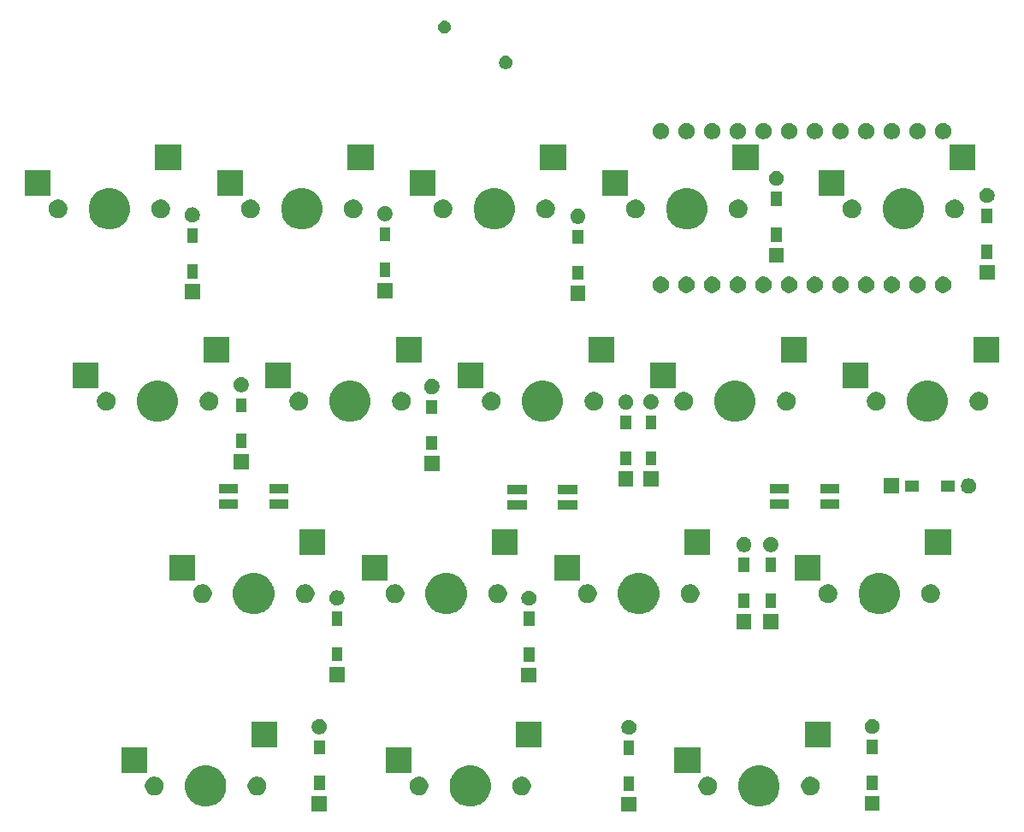
<source format=gbr>
G04 #@! TF.GenerationSoftware,KiCad,Pcbnew,(5.1.6-0-10_14)*
G04 #@! TF.CreationDate,2022-02-21T07:56:40+09:00*
G04 #@! TF.ProjectId,cool936,636f6f6c-3933-4362-9e6b-696361645f70,rev?*
G04 #@! TF.SameCoordinates,Original*
G04 #@! TF.FileFunction,Soldermask,Bot*
G04 #@! TF.FilePolarity,Negative*
%FSLAX46Y46*%
G04 Gerber Fmt 4.6, Leading zero omitted, Abs format (unit mm)*
G04 Created by KiCad (PCBNEW (5.1.6-0-10_14)) date 2022-02-21 07:56:40*
%MOMM*%
%LPD*%
G01*
G04 APERTURE LIST*
%ADD10C,0.100000*%
G04 APERTURE END LIST*
D10*
G36*
X233139500Y-59699500D02*
G01*
X231640500Y-59699500D01*
X231640500Y-58200500D01*
X233139500Y-58200500D01*
X233139500Y-59699500D01*
G37*
G36*
X202509500Y-59649500D02*
G01*
X201010500Y-59649500D01*
X201010500Y-58150500D01*
X202509500Y-58150500D01*
X202509500Y-59649500D01*
G37*
G36*
X257229500Y-59634500D02*
G01*
X255730500Y-59634500D01*
X255730500Y-58135500D01*
X257229500Y-58135500D01*
X257229500Y-59634500D01*
G37*
G36*
X245864974Y-55183684D02*
G01*
X246082974Y-55273983D01*
X246237123Y-55337833D01*
X246572048Y-55561623D01*
X246856877Y-55846452D01*
X247080667Y-56181377D01*
X247113062Y-56259586D01*
X247234816Y-56553526D01*
X247313400Y-56948594D01*
X247313400Y-57351406D01*
X247234816Y-57746474D01*
X247183951Y-57869272D01*
X247080667Y-58118623D01*
X246856877Y-58453548D01*
X246572048Y-58738377D01*
X246237123Y-58962167D01*
X246082974Y-59026017D01*
X245864974Y-59116316D01*
X245469906Y-59194900D01*
X245067094Y-59194900D01*
X244672026Y-59116316D01*
X244454026Y-59026017D01*
X244299877Y-58962167D01*
X243964952Y-58738377D01*
X243680123Y-58453548D01*
X243456333Y-58118623D01*
X243353049Y-57869272D01*
X243302184Y-57746474D01*
X243223600Y-57351406D01*
X243223600Y-56948594D01*
X243302184Y-56553526D01*
X243423938Y-56259586D01*
X243456333Y-56181377D01*
X243680123Y-55846452D01*
X243964952Y-55561623D01*
X244299877Y-55337833D01*
X244454026Y-55273983D01*
X244672026Y-55183684D01*
X245067094Y-55105100D01*
X245469906Y-55105100D01*
X245864974Y-55183684D01*
G37*
G36*
X217290474Y-55183684D02*
G01*
X217508474Y-55273983D01*
X217662623Y-55337833D01*
X217997548Y-55561623D01*
X218282377Y-55846452D01*
X218506167Y-56181377D01*
X218538562Y-56259586D01*
X218660316Y-56553526D01*
X218738900Y-56948594D01*
X218738900Y-57351406D01*
X218660316Y-57746474D01*
X218609451Y-57869272D01*
X218506167Y-58118623D01*
X218282377Y-58453548D01*
X217997548Y-58738377D01*
X217662623Y-58962167D01*
X217508474Y-59026017D01*
X217290474Y-59116316D01*
X216895406Y-59194900D01*
X216492594Y-59194900D01*
X216097526Y-59116316D01*
X215879526Y-59026017D01*
X215725377Y-58962167D01*
X215390452Y-58738377D01*
X215105623Y-58453548D01*
X214881833Y-58118623D01*
X214778549Y-57869272D01*
X214727684Y-57746474D01*
X214649100Y-57351406D01*
X214649100Y-56948594D01*
X214727684Y-56553526D01*
X214849438Y-56259586D01*
X214881833Y-56181377D01*
X215105623Y-55846452D01*
X215390452Y-55561623D01*
X215725377Y-55337833D01*
X215879526Y-55273983D01*
X216097526Y-55183684D01*
X216492594Y-55105100D01*
X216895406Y-55105100D01*
X217290474Y-55183684D01*
G37*
G36*
X191096474Y-55183684D02*
G01*
X191314474Y-55273983D01*
X191468623Y-55337833D01*
X191803548Y-55561623D01*
X192088377Y-55846452D01*
X192312167Y-56181377D01*
X192344562Y-56259586D01*
X192466316Y-56553526D01*
X192544900Y-56948594D01*
X192544900Y-57351406D01*
X192466316Y-57746474D01*
X192415451Y-57869272D01*
X192312167Y-58118623D01*
X192088377Y-58453548D01*
X191803548Y-58738377D01*
X191468623Y-58962167D01*
X191314474Y-59026017D01*
X191096474Y-59116316D01*
X190701406Y-59194900D01*
X190298594Y-59194900D01*
X189903526Y-59116316D01*
X189685526Y-59026017D01*
X189531377Y-58962167D01*
X189196452Y-58738377D01*
X188911623Y-58453548D01*
X188687833Y-58118623D01*
X188584549Y-57869272D01*
X188533684Y-57746474D01*
X188455100Y-57351406D01*
X188455100Y-56948594D01*
X188533684Y-56553526D01*
X188655438Y-56259586D01*
X188687833Y-56181377D01*
X188911623Y-55846452D01*
X189196452Y-55561623D01*
X189531377Y-55337833D01*
X189685526Y-55273983D01*
X189903526Y-55183684D01*
X190298594Y-55105100D01*
X190701406Y-55105100D01*
X191096474Y-55183684D01*
G37*
G36*
X250618604Y-56259585D02*
G01*
X250787126Y-56329389D01*
X250938791Y-56430728D01*
X251067772Y-56559709D01*
X251169111Y-56711374D01*
X251238915Y-56879896D01*
X251274500Y-57058797D01*
X251274500Y-57241203D01*
X251238915Y-57420104D01*
X251169111Y-57588626D01*
X251067772Y-57740291D01*
X250938791Y-57869272D01*
X250787126Y-57970611D01*
X250618604Y-58040415D01*
X250439703Y-58076000D01*
X250257297Y-58076000D01*
X250078396Y-58040415D01*
X249909874Y-57970611D01*
X249758209Y-57869272D01*
X249629228Y-57740291D01*
X249527889Y-57588626D01*
X249458085Y-57420104D01*
X249422500Y-57241203D01*
X249422500Y-57058797D01*
X249458085Y-56879896D01*
X249527889Y-56711374D01*
X249629228Y-56559709D01*
X249758209Y-56430728D01*
X249909874Y-56329389D01*
X250078396Y-56259585D01*
X250257297Y-56224000D01*
X250439703Y-56224000D01*
X250618604Y-56259585D01*
G37*
G36*
X240458604Y-56259585D02*
G01*
X240627126Y-56329389D01*
X240778791Y-56430728D01*
X240907772Y-56559709D01*
X241009111Y-56711374D01*
X241078915Y-56879896D01*
X241114500Y-57058797D01*
X241114500Y-57241203D01*
X241078915Y-57420104D01*
X241009111Y-57588626D01*
X240907772Y-57740291D01*
X240778791Y-57869272D01*
X240627126Y-57970611D01*
X240458604Y-58040415D01*
X240279703Y-58076000D01*
X240097297Y-58076000D01*
X239918396Y-58040415D01*
X239749874Y-57970611D01*
X239598209Y-57869272D01*
X239469228Y-57740291D01*
X239367889Y-57588626D01*
X239298085Y-57420104D01*
X239262500Y-57241203D01*
X239262500Y-57058797D01*
X239298085Y-56879896D01*
X239367889Y-56711374D01*
X239469228Y-56559709D01*
X239598209Y-56430728D01*
X239749874Y-56329389D01*
X239918396Y-56259585D01*
X240097297Y-56224000D01*
X240279703Y-56224000D01*
X240458604Y-56259585D01*
G37*
G36*
X222044104Y-56259585D02*
G01*
X222212626Y-56329389D01*
X222364291Y-56430728D01*
X222493272Y-56559709D01*
X222594611Y-56711374D01*
X222664415Y-56879896D01*
X222700000Y-57058797D01*
X222700000Y-57241203D01*
X222664415Y-57420104D01*
X222594611Y-57588626D01*
X222493272Y-57740291D01*
X222364291Y-57869272D01*
X222212626Y-57970611D01*
X222044104Y-58040415D01*
X221865203Y-58076000D01*
X221682797Y-58076000D01*
X221503896Y-58040415D01*
X221335374Y-57970611D01*
X221183709Y-57869272D01*
X221054728Y-57740291D01*
X220953389Y-57588626D01*
X220883585Y-57420104D01*
X220848000Y-57241203D01*
X220848000Y-57058797D01*
X220883585Y-56879896D01*
X220953389Y-56711374D01*
X221054728Y-56559709D01*
X221183709Y-56430728D01*
X221335374Y-56329389D01*
X221503896Y-56259585D01*
X221682797Y-56224000D01*
X221865203Y-56224000D01*
X222044104Y-56259585D01*
G37*
G36*
X211884104Y-56259585D02*
G01*
X212052626Y-56329389D01*
X212204291Y-56430728D01*
X212333272Y-56559709D01*
X212434611Y-56711374D01*
X212504415Y-56879896D01*
X212540000Y-57058797D01*
X212540000Y-57241203D01*
X212504415Y-57420104D01*
X212434611Y-57588626D01*
X212333272Y-57740291D01*
X212204291Y-57869272D01*
X212052626Y-57970611D01*
X211884104Y-58040415D01*
X211705203Y-58076000D01*
X211522797Y-58076000D01*
X211343896Y-58040415D01*
X211175374Y-57970611D01*
X211023709Y-57869272D01*
X210894728Y-57740291D01*
X210793389Y-57588626D01*
X210723585Y-57420104D01*
X210688000Y-57241203D01*
X210688000Y-57058797D01*
X210723585Y-56879896D01*
X210793389Y-56711374D01*
X210894728Y-56559709D01*
X211023709Y-56430728D01*
X211175374Y-56329389D01*
X211343896Y-56259585D01*
X211522797Y-56224000D01*
X211705203Y-56224000D01*
X211884104Y-56259585D01*
G37*
G36*
X195850104Y-56259585D02*
G01*
X196018626Y-56329389D01*
X196170291Y-56430728D01*
X196299272Y-56559709D01*
X196400611Y-56711374D01*
X196470415Y-56879896D01*
X196506000Y-57058797D01*
X196506000Y-57241203D01*
X196470415Y-57420104D01*
X196400611Y-57588626D01*
X196299272Y-57740291D01*
X196170291Y-57869272D01*
X196018626Y-57970611D01*
X195850104Y-58040415D01*
X195671203Y-58076000D01*
X195488797Y-58076000D01*
X195309896Y-58040415D01*
X195141374Y-57970611D01*
X194989709Y-57869272D01*
X194860728Y-57740291D01*
X194759389Y-57588626D01*
X194689585Y-57420104D01*
X194654000Y-57241203D01*
X194654000Y-57058797D01*
X194689585Y-56879896D01*
X194759389Y-56711374D01*
X194860728Y-56559709D01*
X194989709Y-56430728D01*
X195141374Y-56329389D01*
X195309896Y-56259585D01*
X195488797Y-56224000D01*
X195671203Y-56224000D01*
X195850104Y-56259585D01*
G37*
G36*
X185690104Y-56259585D02*
G01*
X185858626Y-56329389D01*
X186010291Y-56430728D01*
X186139272Y-56559709D01*
X186240611Y-56711374D01*
X186310415Y-56879896D01*
X186346000Y-57058797D01*
X186346000Y-57241203D01*
X186310415Y-57420104D01*
X186240611Y-57588626D01*
X186139272Y-57740291D01*
X186010291Y-57869272D01*
X185858626Y-57970611D01*
X185690104Y-58040415D01*
X185511203Y-58076000D01*
X185328797Y-58076000D01*
X185149896Y-58040415D01*
X184981374Y-57970611D01*
X184829709Y-57869272D01*
X184700728Y-57740291D01*
X184599389Y-57588626D01*
X184529585Y-57420104D01*
X184494000Y-57241203D01*
X184494000Y-57058797D01*
X184529585Y-56879896D01*
X184599389Y-56711374D01*
X184700728Y-56559709D01*
X184829709Y-56430728D01*
X184981374Y-56329389D01*
X185149896Y-56259585D01*
X185328797Y-56224000D01*
X185511203Y-56224000D01*
X185690104Y-56259585D01*
G37*
G36*
X232916000Y-57616000D02*
G01*
X231864000Y-57616000D01*
X231864000Y-56214000D01*
X232916000Y-56214000D01*
X232916000Y-57616000D01*
G37*
G36*
X202286000Y-57566000D02*
G01*
X201234000Y-57566000D01*
X201234000Y-56164000D01*
X202286000Y-56164000D01*
X202286000Y-57566000D01*
G37*
G36*
X257006000Y-57551000D02*
G01*
X255954000Y-57551000D01*
X255954000Y-56149000D01*
X257006000Y-56149000D01*
X257006000Y-57551000D01*
G37*
G36*
X184690000Y-55860000D02*
G01*
X182140000Y-55860000D01*
X182140000Y-53360000D01*
X184690000Y-53360000D01*
X184690000Y-55860000D01*
G37*
G36*
X210884000Y-55860000D02*
G01*
X208334000Y-55860000D01*
X208334000Y-53360000D01*
X210884000Y-53360000D01*
X210884000Y-55860000D01*
G37*
G36*
X239458500Y-55860000D02*
G01*
X236908500Y-55860000D01*
X236908500Y-53360000D01*
X239458500Y-53360000D01*
X239458500Y-55860000D01*
G37*
G36*
X232916000Y-54066000D02*
G01*
X231864000Y-54066000D01*
X231864000Y-52664000D01*
X232916000Y-52664000D01*
X232916000Y-54066000D01*
G37*
G36*
X202286000Y-54016000D02*
G01*
X201234000Y-54016000D01*
X201234000Y-52614000D01*
X202286000Y-52614000D01*
X202286000Y-54016000D01*
G37*
G36*
X257006000Y-54001000D02*
G01*
X255954000Y-54001000D01*
X255954000Y-52599000D01*
X257006000Y-52599000D01*
X257006000Y-54001000D01*
G37*
G36*
X223784000Y-53320000D02*
G01*
X221234000Y-53320000D01*
X221234000Y-50820000D01*
X223784000Y-50820000D01*
X223784000Y-53320000D01*
G37*
G36*
X252358500Y-53320000D02*
G01*
X249808500Y-53320000D01*
X249808500Y-50820000D01*
X252358500Y-50820000D01*
X252358500Y-53320000D01*
G37*
G36*
X197590000Y-53320000D02*
G01*
X195040000Y-53320000D01*
X195040000Y-50820000D01*
X197590000Y-50820000D01*
X197590000Y-53320000D01*
G37*
G36*
X232484425Y-50584599D02*
G01*
X232608621Y-50609302D01*
X232745022Y-50665801D01*
X232867779Y-50747825D01*
X232972175Y-50852221D01*
X233054199Y-50974978D01*
X233110698Y-51111379D01*
X233139500Y-51256181D01*
X233139500Y-51403819D01*
X233110698Y-51548621D01*
X233054199Y-51685022D01*
X232972175Y-51807779D01*
X232867779Y-51912175D01*
X232745022Y-51994199D01*
X232608621Y-52050698D01*
X232484425Y-52075401D01*
X232463820Y-52079500D01*
X232316180Y-52079500D01*
X232295575Y-52075401D01*
X232171379Y-52050698D01*
X232034978Y-51994199D01*
X231912221Y-51912175D01*
X231807825Y-51807779D01*
X231725801Y-51685022D01*
X231669302Y-51548621D01*
X231640500Y-51403819D01*
X231640500Y-51256181D01*
X231669302Y-51111379D01*
X231725801Y-50974978D01*
X231807825Y-50852221D01*
X231912221Y-50747825D01*
X232034978Y-50665801D01*
X232171379Y-50609302D01*
X232295575Y-50584599D01*
X232316180Y-50580500D01*
X232463820Y-50580500D01*
X232484425Y-50584599D01*
G37*
G36*
X201854425Y-50534599D02*
G01*
X201978621Y-50559302D01*
X202115022Y-50615801D01*
X202237779Y-50697825D01*
X202342175Y-50802221D01*
X202424199Y-50924978D01*
X202480698Y-51061379D01*
X202509500Y-51206181D01*
X202509500Y-51353819D01*
X202480698Y-51498621D01*
X202424199Y-51635022D01*
X202342175Y-51757779D01*
X202237779Y-51862175D01*
X202115022Y-51944199D01*
X201978621Y-52000698D01*
X201854425Y-52025401D01*
X201833820Y-52029500D01*
X201686180Y-52029500D01*
X201665575Y-52025401D01*
X201541379Y-52000698D01*
X201404978Y-51944199D01*
X201282221Y-51862175D01*
X201177825Y-51757779D01*
X201095801Y-51635022D01*
X201039302Y-51498621D01*
X201010500Y-51353819D01*
X201010500Y-51206181D01*
X201039302Y-51061379D01*
X201095801Y-50924978D01*
X201177825Y-50802221D01*
X201282221Y-50697825D01*
X201404978Y-50615801D01*
X201541379Y-50559302D01*
X201665575Y-50534599D01*
X201686180Y-50530500D01*
X201833820Y-50530500D01*
X201854425Y-50534599D01*
G37*
G36*
X256574425Y-50519599D02*
G01*
X256698621Y-50544302D01*
X256835022Y-50600801D01*
X256957779Y-50682825D01*
X257062175Y-50787221D01*
X257144199Y-50909978D01*
X257200698Y-51046379D01*
X257229500Y-51191181D01*
X257229500Y-51338819D01*
X257200698Y-51483621D01*
X257144199Y-51620022D01*
X257062175Y-51742779D01*
X256957779Y-51847175D01*
X256835022Y-51929199D01*
X256698621Y-51985698D01*
X256574425Y-52010401D01*
X256553820Y-52014500D01*
X256406180Y-52014500D01*
X256385575Y-52010401D01*
X256261379Y-51985698D01*
X256124978Y-51929199D01*
X256002221Y-51847175D01*
X255897825Y-51742779D01*
X255815801Y-51620022D01*
X255759302Y-51483621D01*
X255730500Y-51338819D01*
X255730500Y-51191181D01*
X255759302Y-51046379D01*
X255815801Y-50909978D01*
X255897825Y-50787221D01*
X256002221Y-50682825D01*
X256124978Y-50600801D01*
X256261379Y-50544302D01*
X256385575Y-50519599D01*
X256406180Y-50515500D01*
X256553820Y-50515500D01*
X256574425Y-50519599D01*
G37*
G36*
X223249500Y-46929500D02*
G01*
X221750500Y-46929500D01*
X221750500Y-45430500D01*
X223249500Y-45430500D01*
X223249500Y-46929500D01*
G37*
G36*
X204249500Y-46899500D02*
G01*
X202750500Y-46899500D01*
X202750500Y-45400500D01*
X204249500Y-45400500D01*
X204249500Y-46899500D01*
G37*
G36*
X223026000Y-44846000D02*
G01*
X221974000Y-44846000D01*
X221974000Y-43444000D01*
X223026000Y-43444000D01*
X223026000Y-44846000D01*
G37*
G36*
X204026000Y-44816000D02*
G01*
X202974000Y-44816000D01*
X202974000Y-43414000D01*
X204026000Y-43414000D01*
X204026000Y-44816000D01*
G37*
G36*
X247179500Y-41609500D02*
G01*
X245680500Y-41609500D01*
X245680500Y-40110500D01*
X247179500Y-40110500D01*
X247179500Y-41609500D01*
G37*
G36*
X244529500Y-41609500D02*
G01*
X243030500Y-41609500D01*
X243030500Y-40110500D01*
X244529500Y-40110500D01*
X244529500Y-41609500D01*
G37*
G36*
X223026000Y-41296000D02*
G01*
X221974000Y-41296000D01*
X221974000Y-39894000D01*
X223026000Y-39894000D01*
X223026000Y-41296000D01*
G37*
G36*
X204026000Y-41266000D02*
G01*
X202974000Y-41266000D01*
X202974000Y-39864000D01*
X204026000Y-39864000D01*
X204026000Y-41266000D01*
G37*
G36*
X214908974Y-36133684D02*
G01*
X215126974Y-36223983D01*
X215281123Y-36287833D01*
X215616048Y-36511623D01*
X215900877Y-36796452D01*
X216124667Y-37131377D01*
X216157062Y-37209586D01*
X216278816Y-37503526D01*
X216357400Y-37898594D01*
X216357400Y-38301406D01*
X216278816Y-38696474D01*
X216227951Y-38819272D01*
X216124667Y-39068623D01*
X215900877Y-39403548D01*
X215616048Y-39688377D01*
X215281123Y-39912167D01*
X215126974Y-39976017D01*
X214908974Y-40066316D01*
X214513906Y-40144900D01*
X214111094Y-40144900D01*
X213716026Y-40066316D01*
X213498026Y-39976017D01*
X213343877Y-39912167D01*
X213008952Y-39688377D01*
X212724123Y-39403548D01*
X212500333Y-39068623D01*
X212397049Y-38819272D01*
X212346184Y-38696474D01*
X212267600Y-38301406D01*
X212267600Y-37898594D01*
X212346184Y-37503526D01*
X212467938Y-37209586D01*
X212500333Y-37131377D01*
X212724123Y-36796452D01*
X213008952Y-36511623D01*
X213343877Y-36287833D01*
X213498026Y-36223983D01*
X213716026Y-36133684D01*
X214111094Y-36055100D01*
X214513906Y-36055100D01*
X214908974Y-36133684D01*
G37*
G36*
X195858974Y-36133684D02*
G01*
X196076974Y-36223983D01*
X196231123Y-36287833D01*
X196566048Y-36511623D01*
X196850877Y-36796452D01*
X197074667Y-37131377D01*
X197107062Y-37209586D01*
X197228816Y-37503526D01*
X197307400Y-37898594D01*
X197307400Y-38301406D01*
X197228816Y-38696474D01*
X197177951Y-38819272D01*
X197074667Y-39068623D01*
X196850877Y-39403548D01*
X196566048Y-39688377D01*
X196231123Y-39912167D01*
X196076974Y-39976017D01*
X195858974Y-40066316D01*
X195463906Y-40144900D01*
X195061094Y-40144900D01*
X194666026Y-40066316D01*
X194448026Y-39976017D01*
X194293877Y-39912167D01*
X193958952Y-39688377D01*
X193674123Y-39403548D01*
X193450333Y-39068623D01*
X193347049Y-38819272D01*
X193296184Y-38696474D01*
X193217600Y-38301406D01*
X193217600Y-37898594D01*
X193296184Y-37503526D01*
X193417938Y-37209586D01*
X193450333Y-37131377D01*
X193674123Y-36796452D01*
X193958952Y-36511623D01*
X194293877Y-36287833D01*
X194448026Y-36223983D01*
X194666026Y-36133684D01*
X195061094Y-36055100D01*
X195463906Y-36055100D01*
X195858974Y-36133684D01*
G37*
G36*
X233958974Y-36133684D02*
G01*
X234176974Y-36223983D01*
X234331123Y-36287833D01*
X234666048Y-36511623D01*
X234950877Y-36796452D01*
X235174667Y-37131377D01*
X235207062Y-37209586D01*
X235328816Y-37503526D01*
X235407400Y-37898594D01*
X235407400Y-38301406D01*
X235328816Y-38696474D01*
X235277951Y-38819272D01*
X235174667Y-39068623D01*
X234950877Y-39403548D01*
X234666048Y-39688377D01*
X234331123Y-39912167D01*
X234176974Y-39976017D01*
X233958974Y-40066316D01*
X233563906Y-40144900D01*
X233161094Y-40144900D01*
X232766026Y-40066316D01*
X232548026Y-39976017D01*
X232393877Y-39912167D01*
X232058952Y-39688377D01*
X231774123Y-39403548D01*
X231550333Y-39068623D01*
X231447049Y-38819272D01*
X231396184Y-38696474D01*
X231317600Y-38301406D01*
X231317600Y-37898594D01*
X231396184Y-37503526D01*
X231517938Y-37209586D01*
X231550333Y-37131377D01*
X231774123Y-36796452D01*
X232058952Y-36511623D01*
X232393877Y-36287833D01*
X232548026Y-36223983D01*
X232766026Y-36133684D01*
X233161094Y-36055100D01*
X233563906Y-36055100D01*
X233958974Y-36133684D01*
G37*
G36*
X257771974Y-36133684D02*
G01*
X257989974Y-36223983D01*
X258144123Y-36287833D01*
X258479048Y-36511623D01*
X258763877Y-36796452D01*
X258987667Y-37131377D01*
X259020062Y-37209586D01*
X259141816Y-37503526D01*
X259220400Y-37898594D01*
X259220400Y-38301406D01*
X259141816Y-38696474D01*
X259090951Y-38819272D01*
X258987667Y-39068623D01*
X258763877Y-39403548D01*
X258479048Y-39688377D01*
X258144123Y-39912167D01*
X257989974Y-39976017D01*
X257771974Y-40066316D01*
X257376906Y-40144900D01*
X256974094Y-40144900D01*
X256579026Y-40066316D01*
X256361026Y-39976017D01*
X256206877Y-39912167D01*
X255871952Y-39688377D01*
X255587123Y-39403548D01*
X255363333Y-39068623D01*
X255260049Y-38819272D01*
X255209184Y-38696474D01*
X255130600Y-38301406D01*
X255130600Y-37898594D01*
X255209184Y-37503526D01*
X255330938Y-37209586D01*
X255363333Y-37131377D01*
X255587123Y-36796452D01*
X255871952Y-36511623D01*
X256206877Y-36287833D01*
X256361026Y-36223983D01*
X256579026Y-36133684D01*
X256974094Y-36055100D01*
X257376906Y-36055100D01*
X257771974Y-36133684D01*
G37*
G36*
X244306000Y-39526000D02*
G01*
X243254000Y-39526000D01*
X243254000Y-38124000D01*
X244306000Y-38124000D01*
X244306000Y-39526000D01*
G37*
G36*
X246956000Y-39526000D02*
G01*
X245904000Y-39526000D01*
X245904000Y-38124000D01*
X246956000Y-38124000D01*
X246956000Y-39526000D01*
G37*
G36*
X222594425Y-37814599D02*
G01*
X222718621Y-37839302D01*
X222855022Y-37895801D01*
X222977779Y-37977825D01*
X223082175Y-38082221D01*
X223164199Y-38204978D01*
X223220698Y-38341379D01*
X223249500Y-38486181D01*
X223249500Y-38633819D01*
X223220698Y-38778621D01*
X223164199Y-38915022D01*
X223082175Y-39037779D01*
X222977779Y-39142175D01*
X222855022Y-39224199D01*
X222718621Y-39280698D01*
X222594425Y-39305401D01*
X222573820Y-39309500D01*
X222426180Y-39309500D01*
X222405575Y-39305401D01*
X222281379Y-39280698D01*
X222144978Y-39224199D01*
X222022221Y-39142175D01*
X221917825Y-39037779D01*
X221835801Y-38915022D01*
X221779302Y-38778621D01*
X221750500Y-38633819D01*
X221750500Y-38486181D01*
X221779302Y-38341379D01*
X221835801Y-38204978D01*
X221917825Y-38082221D01*
X222022221Y-37977825D01*
X222144978Y-37895801D01*
X222281379Y-37839302D01*
X222405575Y-37814599D01*
X222426180Y-37810500D01*
X222573820Y-37810500D01*
X222594425Y-37814599D01*
G37*
G36*
X203594425Y-37784599D02*
G01*
X203718621Y-37809302D01*
X203855022Y-37865801D01*
X203977779Y-37947825D01*
X204082175Y-38052221D01*
X204164199Y-38174978D01*
X204220698Y-38311379D01*
X204249500Y-38456181D01*
X204249500Y-38603819D01*
X204220698Y-38748621D01*
X204164199Y-38885022D01*
X204082175Y-39007779D01*
X203977779Y-39112175D01*
X203855022Y-39194199D01*
X203718621Y-39250698D01*
X203594425Y-39275401D01*
X203573820Y-39279500D01*
X203426180Y-39279500D01*
X203405575Y-39275401D01*
X203281379Y-39250698D01*
X203144978Y-39194199D01*
X203022221Y-39112175D01*
X202917825Y-39007779D01*
X202835801Y-38885022D01*
X202779302Y-38748621D01*
X202750500Y-38603819D01*
X202750500Y-38456181D01*
X202779302Y-38311379D01*
X202835801Y-38174978D01*
X202917825Y-38052221D01*
X203022221Y-37947825D01*
X203144978Y-37865801D01*
X203281379Y-37809302D01*
X203405575Y-37784599D01*
X203426180Y-37780500D01*
X203573820Y-37780500D01*
X203594425Y-37784599D01*
G37*
G36*
X209502604Y-37209585D02*
G01*
X209671126Y-37279389D01*
X209822791Y-37380728D01*
X209951772Y-37509709D01*
X210053111Y-37661374D01*
X210122915Y-37829896D01*
X210158500Y-38008797D01*
X210158500Y-38191203D01*
X210122915Y-38370104D01*
X210053111Y-38538626D01*
X209951772Y-38690291D01*
X209822791Y-38819272D01*
X209671126Y-38920611D01*
X209502604Y-38990415D01*
X209323703Y-39026000D01*
X209141297Y-39026000D01*
X208962396Y-38990415D01*
X208793874Y-38920611D01*
X208642209Y-38819272D01*
X208513228Y-38690291D01*
X208411889Y-38538626D01*
X208342085Y-38370104D01*
X208306500Y-38191203D01*
X208306500Y-38008797D01*
X208342085Y-37829896D01*
X208411889Y-37661374D01*
X208513228Y-37509709D01*
X208642209Y-37380728D01*
X208793874Y-37279389D01*
X208962396Y-37209585D01*
X209141297Y-37174000D01*
X209323703Y-37174000D01*
X209502604Y-37209585D01*
G37*
G36*
X190452604Y-37209585D02*
G01*
X190621126Y-37279389D01*
X190772791Y-37380728D01*
X190901772Y-37509709D01*
X191003111Y-37661374D01*
X191072915Y-37829896D01*
X191108500Y-38008797D01*
X191108500Y-38191203D01*
X191072915Y-38370104D01*
X191003111Y-38538626D01*
X190901772Y-38690291D01*
X190772791Y-38819272D01*
X190621126Y-38920611D01*
X190452604Y-38990415D01*
X190273703Y-39026000D01*
X190091297Y-39026000D01*
X189912396Y-38990415D01*
X189743874Y-38920611D01*
X189592209Y-38819272D01*
X189463228Y-38690291D01*
X189361889Y-38538626D01*
X189292085Y-38370104D01*
X189256500Y-38191203D01*
X189256500Y-38008797D01*
X189292085Y-37829896D01*
X189361889Y-37661374D01*
X189463228Y-37509709D01*
X189592209Y-37380728D01*
X189743874Y-37279389D01*
X189912396Y-37209585D01*
X190091297Y-37174000D01*
X190273703Y-37174000D01*
X190452604Y-37209585D01*
G37*
G36*
X200612604Y-37209585D02*
G01*
X200781126Y-37279389D01*
X200932791Y-37380728D01*
X201061772Y-37509709D01*
X201163111Y-37661374D01*
X201232915Y-37829896D01*
X201268500Y-38008797D01*
X201268500Y-38191203D01*
X201232915Y-38370104D01*
X201163111Y-38538626D01*
X201061772Y-38690291D01*
X200932791Y-38819272D01*
X200781126Y-38920611D01*
X200612604Y-38990415D01*
X200433703Y-39026000D01*
X200251297Y-39026000D01*
X200072396Y-38990415D01*
X199903874Y-38920611D01*
X199752209Y-38819272D01*
X199623228Y-38690291D01*
X199521889Y-38538626D01*
X199452085Y-38370104D01*
X199416500Y-38191203D01*
X199416500Y-38008797D01*
X199452085Y-37829896D01*
X199521889Y-37661374D01*
X199623228Y-37509709D01*
X199752209Y-37380728D01*
X199903874Y-37279389D01*
X200072396Y-37209585D01*
X200251297Y-37174000D01*
X200433703Y-37174000D01*
X200612604Y-37209585D01*
G37*
G36*
X219662604Y-37209585D02*
G01*
X219831126Y-37279389D01*
X219982791Y-37380728D01*
X220111772Y-37509709D01*
X220213111Y-37661374D01*
X220282915Y-37829896D01*
X220318500Y-38008797D01*
X220318500Y-38191203D01*
X220282915Y-38370104D01*
X220213111Y-38538626D01*
X220111772Y-38690291D01*
X219982791Y-38819272D01*
X219831126Y-38920611D01*
X219662604Y-38990415D01*
X219483703Y-39026000D01*
X219301297Y-39026000D01*
X219122396Y-38990415D01*
X218953874Y-38920611D01*
X218802209Y-38819272D01*
X218673228Y-38690291D01*
X218571889Y-38538626D01*
X218502085Y-38370104D01*
X218466500Y-38191203D01*
X218466500Y-38008797D01*
X218502085Y-37829896D01*
X218571889Y-37661374D01*
X218673228Y-37509709D01*
X218802209Y-37380728D01*
X218953874Y-37279389D01*
X219122396Y-37209585D01*
X219301297Y-37174000D01*
X219483703Y-37174000D01*
X219662604Y-37209585D01*
G37*
G36*
X228552604Y-37209585D02*
G01*
X228721126Y-37279389D01*
X228872791Y-37380728D01*
X229001772Y-37509709D01*
X229103111Y-37661374D01*
X229172915Y-37829896D01*
X229208500Y-38008797D01*
X229208500Y-38191203D01*
X229172915Y-38370104D01*
X229103111Y-38538626D01*
X229001772Y-38690291D01*
X228872791Y-38819272D01*
X228721126Y-38920611D01*
X228552604Y-38990415D01*
X228373703Y-39026000D01*
X228191297Y-39026000D01*
X228012396Y-38990415D01*
X227843874Y-38920611D01*
X227692209Y-38819272D01*
X227563228Y-38690291D01*
X227461889Y-38538626D01*
X227392085Y-38370104D01*
X227356500Y-38191203D01*
X227356500Y-38008797D01*
X227392085Y-37829896D01*
X227461889Y-37661374D01*
X227563228Y-37509709D01*
X227692209Y-37380728D01*
X227843874Y-37279389D01*
X228012396Y-37209585D01*
X228191297Y-37174000D01*
X228373703Y-37174000D01*
X228552604Y-37209585D01*
G37*
G36*
X238712604Y-37209585D02*
G01*
X238881126Y-37279389D01*
X239032791Y-37380728D01*
X239161772Y-37509709D01*
X239263111Y-37661374D01*
X239332915Y-37829896D01*
X239368500Y-38008797D01*
X239368500Y-38191203D01*
X239332915Y-38370104D01*
X239263111Y-38538626D01*
X239161772Y-38690291D01*
X239032791Y-38819272D01*
X238881126Y-38920611D01*
X238712604Y-38990415D01*
X238533703Y-39026000D01*
X238351297Y-39026000D01*
X238172396Y-38990415D01*
X238003874Y-38920611D01*
X237852209Y-38819272D01*
X237723228Y-38690291D01*
X237621889Y-38538626D01*
X237552085Y-38370104D01*
X237516500Y-38191203D01*
X237516500Y-38008797D01*
X237552085Y-37829896D01*
X237621889Y-37661374D01*
X237723228Y-37509709D01*
X237852209Y-37380728D01*
X238003874Y-37279389D01*
X238172396Y-37209585D01*
X238351297Y-37174000D01*
X238533703Y-37174000D01*
X238712604Y-37209585D01*
G37*
G36*
X252365604Y-37209585D02*
G01*
X252534126Y-37279389D01*
X252685791Y-37380728D01*
X252814772Y-37509709D01*
X252916111Y-37661374D01*
X252985915Y-37829896D01*
X253021500Y-38008797D01*
X253021500Y-38191203D01*
X252985915Y-38370104D01*
X252916111Y-38538626D01*
X252814772Y-38690291D01*
X252685791Y-38819272D01*
X252534126Y-38920611D01*
X252365604Y-38990415D01*
X252186703Y-39026000D01*
X252004297Y-39026000D01*
X251825396Y-38990415D01*
X251656874Y-38920611D01*
X251505209Y-38819272D01*
X251376228Y-38690291D01*
X251274889Y-38538626D01*
X251205085Y-38370104D01*
X251169500Y-38191203D01*
X251169500Y-38008797D01*
X251205085Y-37829896D01*
X251274889Y-37661374D01*
X251376228Y-37509709D01*
X251505209Y-37380728D01*
X251656874Y-37279389D01*
X251825396Y-37209585D01*
X252004297Y-37174000D01*
X252186703Y-37174000D01*
X252365604Y-37209585D01*
G37*
G36*
X262525604Y-37209585D02*
G01*
X262694126Y-37279389D01*
X262845791Y-37380728D01*
X262974772Y-37509709D01*
X263076111Y-37661374D01*
X263145915Y-37829896D01*
X263181500Y-38008797D01*
X263181500Y-38191203D01*
X263145915Y-38370104D01*
X263076111Y-38538626D01*
X262974772Y-38690291D01*
X262845791Y-38819272D01*
X262694126Y-38920611D01*
X262525604Y-38990415D01*
X262346703Y-39026000D01*
X262164297Y-39026000D01*
X261985396Y-38990415D01*
X261816874Y-38920611D01*
X261665209Y-38819272D01*
X261536228Y-38690291D01*
X261434889Y-38538626D01*
X261365085Y-38370104D01*
X261329500Y-38191203D01*
X261329500Y-38008797D01*
X261365085Y-37829896D01*
X261434889Y-37661374D01*
X261536228Y-37509709D01*
X261665209Y-37380728D01*
X261816874Y-37279389D01*
X261985396Y-37209585D01*
X262164297Y-37174000D01*
X262346703Y-37174000D01*
X262525604Y-37209585D01*
G37*
G36*
X189452500Y-36810000D02*
G01*
X186902500Y-36810000D01*
X186902500Y-34310000D01*
X189452500Y-34310000D01*
X189452500Y-36810000D01*
G37*
G36*
X227552500Y-36810000D02*
G01*
X225002500Y-36810000D01*
X225002500Y-34310000D01*
X227552500Y-34310000D01*
X227552500Y-36810000D01*
G37*
G36*
X208502500Y-36810000D02*
G01*
X205952500Y-36810000D01*
X205952500Y-34310000D01*
X208502500Y-34310000D01*
X208502500Y-36810000D01*
G37*
G36*
X251365500Y-36810000D02*
G01*
X248815500Y-36810000D01*
X248815500Y-34310000D01*
X251365500Y-34310000D01*
X251365500Y-36810000D01*
G37*
G36*
X246956000Y-35976000D02*
G01*
X245904000Y-35976000D01*
X245904000Y-34574000D01*
X246956000Y-34574000D01*
X246956000Y-35976000D01*
G37*
G36*
X244306000Y-35976000D02*
G01*
X243254000Y-35976000D01*
X243254000Y-34574000D01*
X244306000Y-34574000D01*
X244306000Y-35976000D01*
G37*
G36*
X221402500Y-34270000D02*
G01*
X218852500Y-34270000D01*
X218852500Y-31770000D01*
X221402500Y-31770000D01*
X221402500Y-34270000D01*
G37*
G36*
X240452500Y-34270000D02*
G01*
X237902500Y-34270000D01*
X237902500Y-31770000D01*
X240452500Y-31770000D01*
X240452500Y-34270000D01*
G37*
G36*
X264265500Y-34270000D02*
G01*
X261715500Y-34270000D01*
X261715500Y-31770000D01*
X264265500Y-31770000D01*
X264265500Y-34270000D01*
G37*
G36*
X202352500Y-34270000D02*
G01*
X199802500Y-34270000D01*
X199802500Y-31770000D01*
X202352500Y-31770000D01*
X202352500Y-34270000D01*
G37*
G36*
X246524425Y-32494599D02*
G01*
X246648621Y-32519302D01*
X246785022Y-32575801D01*
X246907779Y-32657825D01*
X247012175Y-32762221D01*
X247094199Y-32884978D01*
X247150698Y-33021379D01*
X247179500Y-33166181D01*
X247179500Y-33313819D01*
X247150698Y-33458621D01*
X247094199Y-33595022D01*
X247012175Y-33717779D01*
X246907779Y-33822175D01*
X246785022Y-33904199D01*
X246648621Y-33960698D01*
X246524425Y-33985401D01*
X246503820Y-33989500D01*
X246356180Y-33989500D01*
X246335575Y-33985401D01*
X246211379Y-33960698D01*
X246074978Y-33904199D01*
X245952221Y-33822175D01*
X245847825Y-33717779D01*
X245765801Y-33595022D01*
X245709302Y-33458621D01*
X245680500Y-33313819D01*
X245680500Y-33166181D01*
X245709302Y-33021379D01*
X245765801Y-32884978D01*
X245847825Y-32762221D01*
X245952221Y-32657825D01*
X246074978Y-32575801D01*
X246211379Y-32519302D01*
X246335575Y-32494599D01*
X246356180Y-32490500D01*
X246503820Y-32490500D01*
X246524425Y-32494599D01*
G37*
G36*
X243874425Y-32494599D02*
G01*
X243998621Y-32519302D01*
X244135022Y-32575801D01*
X244257779Y-32657825D01*
X244362175Y-32762221D01*
X244444199Y-32884978D01*
X244500698Y-33021379D01*
X244529500Y-33166181D01*
X244529500Y-33313819D01*
X244500698Y-33458621D01*
X244444199Y-33595022D01*
X244362175Y-33717779D01*
X244257779Y-33822175D01*
X244135022Y-33904199D01*
X243998621Y-33960698D01*
X243874425Y-33985401D01*
X243853820Y-33989500D01*
X243706180Y-33989500D01*
X243685575Y-33985401D01*
X243561379Y-33960698D01*
X243424978Y-33904199D01*
X243302221Y-33822175D01*
X243197825Y-33717779D01*
X243115801Y-33595022D01*
X243059302Y-33458621D01*
X243030500Y-33313819D01*
X243030500Y-33166181D01*
X243059302Y-33021379D01*
X243115801Y-32884978D01*
X243197825Y-32762221D01*
X243302221Y-32657825D01*
X243424978Y-32575801D01*
X243561379Y-32519302D01*
X243685575Y-32494599D01*
X243706180Y-32490500D01*
X243853820Y-32490500D01*
X243874425Y-32494599D01*
G37*
G36*
X227271000Y-29751000D02*
G01*
X225369000Y-29751000D01*
X225369000Y-28829000D01*
X227271000Y-28829000D01*
X227271000Y-29751000D01*
G37*
G36*
X222271000Y-29751000D02*
G01*
X220369000Y-29751000D01*
X220369000Y-28829000D01*
X222271000Y-28829000D01*
X222271000Y-29751000D01*
G37*
G36*
X193721000Y-29691000D02*
G01*
X191819000Y-29691000D01*
X191819000Y-28769000D01*
X193721000Y-28769000D01*
X193721000Y-29691000D01*
G37*
G36*
X253221000Y-29691000D02*
G01*
X251319000Y-29691000D01*
X251319000Y-28769000D01*
X253221000Y-28769000D01*
X253221000Y-29691000D01*
G37*
G36*
X198721000Y-29691000D02*
G01*
X196819000Y-29691000D01*
X196819000Y-28769000D01*
X198721000Y-28769000D01*
X198721000Y-29691000D01*
G37*
G36*
X248221000Y-29691000D02*
G01*
X246319000Y-29691000D01*
X246319000Y-28769000D01*
X248221000Y-28769000D01*
X248221000Y-29691000D01*
G37*
G36*
X227271000Y-28251000D02*
G01*
X225369000Y-28251000D01*
X225369000Y-27329000D01*
X227271000Y-27329000D01*
X227271000Y-28251000D01*
G37*
G36*
X222271000Y-28251000D02*
G01*
X220369000Y-28251000D01*
X220369000Y-27329000D01*
X222271000Y-27329000D01*
X222271000Y-28251000D01*
G37*
G36*
X266094425Y-26704599D02*
G01*
X266218621Y-26729302D01*
X266355022Y-26785801D01*
X266477779Y-26867825D01*
X266582175Y-26972221D01*
X266664199Y-27094978D01*
X266720698Y-27231379D01*
X266749500Y-27376181D01*
X266749500Y-27523819D01*
X266720698Y-27668621D01*
X266664199Y-27805022D01*
X266582175Y-27927779D01*
X266477779Y-28032175D01*
X266355022Y-28114199D01*
X266218621Y-28170698D01*
X266094425Y-28195401D01*
X266073820Y-28199500D01*
X265926180Y-28199500D01*
X265905575Y-28195401D01*
X265781379Y-28170698D01*
X265644978Y-28114199D01*
X265522221Y-28032175D01*
X265417825Y-27927779D01*
X265335801Y-27805022D01*
X265279302Y-27668621D01*
X265250500Y-27523819D01*
X265250500Y-27376181D01*
X265279302Y-27231379D01*
X265335801Y-27094978D01*
X265417825Y-26972221D01*
X265522221Y-26867825D01*
X265644978Y-26785801D01*
X265781379Y-26729302D01*
X265905575Y-26704599D01*
X265926180Y-26700500D01*
X266073820Y-26700500D01*
X266094425Y-26704599D01*
G37*
G36*
X259129500Y-28199500D02*
G01*
X257630500Y-28199500D01*
X257630500Y-26700500D01*
X259129500Y-26700500D01*
X259129500Y-28199500D01*
G37*
G36*
X253221000Y-28191000D02*
G01*
X251319000Y-28191000D01*
X251319000Y-27269000D01*
X253221000Y-27269000D01*
X253221000Y-28191000D01*
G37*
G36*
X248221000Y-28191000D02*
G01*
X246319000Y-28191000D01*
X246319000Y-27269000D01*
X248221000Y-27269000D01*
X248221000Y-28191000D01*
G37*
G36*
X198721000Y-28191000D02*
G01*
X196819000Y-28191000D01*
X196819000Y-27269000D01*
X198721000Y-27269000D01*
X198721000Y-28191000D01*
G37*
G36*
X193721000Y-28191000D02*
G01*
X191819000Y-28191000D01*
X191819000Y-27269000D01*
X193721000Y-27269000D01*
X193721000Y-28191000D01*
G37*
G36*
X261116000Y-27976000D02*
G01*
X259714000Y-27976000D01*
X259714000Y-26924000D01*
X261116000Y-26924000D01*
X261116000Y-27976000D01*
G37*
G36*
X264666000Y-27976000D02*
G01*
X263264000Y-27976000D01*
X263264000Y-26924000D01*
X264666000Y-26924000D01*
X264666000Y-27976000D01*
G37*
G36*
X232829500Y-27499500D02*
G01*
X231330500Y-27499500D01*
X231330500Y-26000500D01*
X232829500Y-26000500D01*
X232829500Y-27499500D01*
G37*
G36*
X235319500Y-27479500D02*
G01*
X233820500Y-27479500D01*
X233820500Y-25980500D01*
X235319500Y-25980500D01*
X235319500Y-27479500D01*
G37*
G36*
X213629500Y-25969500D02*
G01*
X212130500Y-25969500D01*
X212130500Y-24470500D01*
X213629500Y-24470500D01*
X213629500Y-25969500D01*
G37*
G36*
X194759500Y-25779500D02*
G01*
X193260500Y-25779500D01*
X193260500Y-24280500D01*
X194759500Y-24280500D01*
X194759500Y-25779500D01*
G37*
G36*
X232606000Y-25416000D02*
G01*
X231554000Y-25416000D01*
X231554000Y-24014000D01*
X232606000Y-24014000D01*
X232606000Y-25416000D01*
G37*
G36*
X235096000Y-25396000D02*
G01*
X234044000Y-25396000D01*
X234044000Y-23994000D01*
X235096000Y-23994000D01*
X235096000Y-25396000D01*
G37*
G36*
X213406000Y-23886000D02*
G01*
X212354000Y-23886000D01*
X212354000Y-22484000D01*
X213406000Y-22484000D01*
X213406000Y-23886000D01*
G37*
G36*
X194536000Y-23696000D02*
G01*
X193484000Y-23696000D01*
X193484000Y-22294000D01*
X194536000Y-22294000D01*
X194536000Y-23696000D01*
G37*
G36*
X232606000Y-21866000D02*
G01*
X231554000Y-21866000D01*
X231554000Y-20464000D01*
X232606000Y-20464000D01*
X232606000Y-21866000D01*
G37*
G36*
X235096000Y-21846000D02*
G01*
X234044000Y-21846000D01*
X234044000Y-20444000D01*
X235096000Y-20444000D01*
X235096000Y-21846000D01*
G37*
G36*
X262533974Y-17083684D02*
G01*
X262751974Y-17173983D01*
X262906123Y-17237833D01*
X263241048Y-17461623D01*
X263525877Y-17746452D01*
X263749667Y-18081377D01*
X263782062Y-18159586D01*
X263903816Y-18453526D01*
X263982400Y-18848594D01*
X263982400Y-19251406D01*
X263903816Y-19646474D01*
X263815578Y-19859500D01*
X263749667Y-20018623D01*
X263525877Y-20353548D01*
X263241048Y-20638377D01*
X262906123Y-20862167D01*
X262751974Y-20926017D01*
X262533974Y-21016316D01*
X262138906Y-21094900D01*
X261736094Y-21094900D01*
X261341026Y-21016316D01*
X261123026Y-20926017D01*
X260968877Y-20862167D01*
X260633952Y-20638377D01*
X260349123Y-20353548D01*
X260125333Y-20018623D01*
X260059422Y-19859500D01*
X259971184Y-19646474D01*
X259892600Y-19251406D01*
X259892600Y-18848594D01*
X259971184Y-18453526D01*
X260092938Y-18159586D01*
X260125333Y-18081377D01*
X260349123Y-17746452D01*
X260633952Y-17461623D01*
X260968877Y-17237833D01*
X261123026Y-17173983D01*
X261341026Y-17083684D01*
X261736094Y-17005100D01*
X262138906Y-17005100D01*
X262533974Y-17083684D01*
G37*
G36*
X186333974Y-17083684D02*
G01*
X186551974Y-17173983D01*
X186706123Y-17237833D01*
X187041048Y-17461623D01*
X187325877Y-17746452D01*
X187549667Y-18081377D01*
X187582062Y-18159586D01*
X187703816Y-18453526D01*
X187782400Y-18848594D01*
X187782400Y-19251406D01*
X187703816Y-19646474D01*
X187615578Y-19859500D01*
X187549667Y-20018623D01*
X187325877Y-20353548D01*
X187041048Y-20638377D01*
X186706123Y-20862167D01*
X186551974Y-20926017D01*
X186333974Y-21016316D01*
X185938906Y-21094900D01*
X185536094Y-21094900D01*
X185141026Y-21016316D01*
X184923026Y-20926017D01*
X184768877Y-20862167D01*
X184433952Y-20638377D01*
X184149123Y-20353548D01*
X183925333Y-20018623D01*
X183859422Y-19859500D01*
X183771184Y-19646474D01*
X183692600Y-19251406D01*
X183692600Y-18848594D01*
X183771184Y-18453526D01*
X183892938Y-18159586D01*
X183925333Y-18081377D01*
X184149123Y-17746452D01*
X184433952Y-17461623D01*
X184768877Y-17237833D01*
X184923026Y-17173983D01*
X185141026Y-17083684D01*
X185536094Y-17005100D01*
X185938906Y-17005100D01*
X186333974Y-17083684D01*
G37*
G36*
X205383974Y-17083684D02*
G01*
X205601974Y-17173983D01*
X205756123Y-17237833D01*
X206091048Y-17461623D01*
X206375877Y-17746452D01*
X206599667Y-18081377D01*
X206632062Y-18159586D01*
X206753816Y-18453526D01*
X206832400Y-18848594D01*
X206832400Y-19251406D01*
X206753816Y-19646474D01*
X206665578Y-19859500D01*
X206599667Y-20018623D01*
X206375877Y-20353548D01*
X206091048Y-20638377D01*
X205756123Y-20862167D01*
X205601974Y-20926017D01*
X205383974Y-21016316D01*
X204988906Y-21094900D01*
X204586094Y-21094900D01*
X204191026Y-21016316D01*
X203973026Y-20926017D01*
X203818877Y-20862167D01*
X203483952Y-20638377D01*
X203199123Y-20353548D01*
X202975333Y-20018623D01*
X202909422Y-19859500D01*
X202821184Y-19646474D01*
X202742600Y-19251406D01*
X202742600Y-18848594D01*
X202821184Y-18453526D01*
X202942938Y-18159586D01*
X202975333Y-18081377D01*
X203199123Y-17746452D01*
X203483952Y-17461623D01*
X203818877Y-17237833D01*
X203973026Y-17173983D01*
X204191026Y-17083684D01*
X204586094Y-17005100D01*
X204988906Y-17005100D01*
X205383974Y-17083684D01*
G37*
G36*
X243483974Y-17083684D02*
G01*
X243701974Y-17173983D01*
X243856123Y-17237833D01*
X244191048Y-17461623D01*
X244475877Y-17746452D01*
X244699667Y-18081377D01*
X244732062Y-18159586D01*
X244853816Y-18453526D01*
X244932400Y-18848594D01*
X244932400Y-19251406D01*
X244853816Y-19646474D01*
X244765578Y-19859500D01*
X244699667Y-20018623D01*
X244475877Y-20353548D01*
X244191048Y-20638377D01*
X243856123Y-20862167D01*
X243701974Y-20926017D01*
X243483974Y-21016316D01*
X243088906Y-21094900D01*
X242686094Y-21094900D01*
X242291026Y-21016316D01*
X242073026Y-20926017D01*
X241918877Y-20862167D01*
X241583952Y-20638377D01*
X241299123Y-20353548D01*
X241075333Y-20018623D01*
X241009422Y-19859500D01*
X240921184Y-19646474D01*
X240842600Y-19251406D01*
X240842600Y-18848594D01*
X240921184Y-18453526D01*
X241042938Y-18159586D01*
X241075333Y-18081377D01*
X241299123Y-17746452D01*
X241583952Y-17461623D01*
X241918877Y-17237833D01*
X242073026Y-17173983D01*
X242291026Y-17083684D01*
X242686094Y-17005100D01*
X243088906Y-17005100D01*
X243483974Y-17083684D01*
G37*
G36*
X224433974Y-17083684D02*
G01*
X224651974Y-17173983D01*
X224806123Y-17237833D01*
X225141048Y-17461623D01*
X225425877Y-17746452D01*
X225649667Y-18081377D01*
X225682062Y-18159586D01*
X225803816Y-18453526D01*
X225882400Y-18848594D01*
X225882400Y-19251406D01*
X225803816Y-19646474D01*
X225715578Y-19859500D01*
X225649667Y-20018623D01*
X225425877Y-20353548D01*
X225141048Y-20638377D01*
X224806123Y-20862167D01*
X224651974Y-20926017D01*
X224433974Y-21016316D01*
X224038906Y-21094900D01*
X223636094Y-21094900D01*
X223241026Y-21016316D01*
X223023026Y-20926017D01*
X222868877Y-20862167D01*
X222533952Y-20638377D01*
X222249123Y-20353548D01*
X222025333Y-20018623D01*
X221959422Y-19859500D01*
X221871184Y-19646474D01*
X221792600Y-19251406D01*
X221792600Y-18848594D01*
X221871184Y-18453526D01*
X221992938Y-18159586D01*
X222025333Y-18081377D01*
X222249123Y-17746452D01*
X222533952Y-17461623D01*
X222868877Y-17237833D01*
X223023026Y-17173983D01*
X223241026Y-17083684D01*
X223636094Y-17005100D01*
X224038906Y-17005100D01*
X224433974Y-17083684D01*
G37*
G36*
X213406000Y-20336000D02*
G01*
X212354000Y-20336000D01*
X212354000Y-18934000D01*
X213406000Y-18934000D01*
X213406000Y-20336000D01*
G37*
G36*
X194536000Y-20146000D02*
G01*
X193484000Y-20146000D01*
X193484000Y-18744000D01*
X194536000Y-18744000D01*
X194536000Y-20146000D01*
G37*
G36*
X210137604Y-18159585D02*
G01*
X210306126Y-18229389D01*
X210457791Y-18330728D01*
X210586772Y-18459709D01*
X210688111Y-18611374D01*
X210757915Y-18779896D01*
X210793500Y-18958797D01*
X210793500Y-19141203D01*
X210757915Y-19320104D01*
X210688111Y-19488626D01*
X210586772Y-19640291D01*
X210457791Y-19769272D01*
X210306126Y-19870611D01*
X210137604Y-19940415D01*
X209958703Y-19976000D01*
X209776297Y-19976000D01*
X209597396Y-19940415D01*
X209428874Y-19870611D01*
X209277209Y-19769272D01*
X209148228Y-19640291D01*
X209046889Y-19488626D01*
X208977085Y-19320104D01*
X208941500Y-19141203D01*
X208941500Y-18958797D01*
X208977085Y-18779896D01*
X209046889Y-18611374D01*
X209148228Y-18459709D01*
X209277209Y-18330728D01*
X209428874Y-18229389D01*
X209597396Y-18159585D01*
X209776297Y-18124000D01*
X209958703Y-18124000D01*
X210137604Y-18159585D01*
G37*
G36*
X180927604Y-18159585D02*
G01*
X181096126Y-18229389D01*
X181247791Y-18330728D01*
X181376772Y-18459709D01*
X181478111Y-18611374D01*
X181547915Y-18779896D01*
X181583500Y-18958797D01*
X181583500Y-19141203D01*
X181547915Y-19320104D01*
X181478111Y-19488626D01*
X181376772Y-19640291D01*
X181247791Y-19769272D01*
X181096126Y-19870611D01*
X180927604Y-19940415D01*
X180748703Y-19976000D01*
X180566297Y-19976000D01*
X180387396Y-19940415D01*
X180218874Y-19870611D01*
X180067209Y-19769272D01*
X179938228Y-19640291D01*
X179836889Y-19488626D01*
X179767085Y-19320104D01*
X179731500Y-19141203D01*
X179731500Y-18958797D01*
X179767085Y-18779896D01*
X179836889Y-18611374D01*
X179938228Y-18459709D01*
X180067209Y-18330728D01*
X180218874Y-18229389D01*
X180387396Y-18159585D01*
X180566297Y-18124000D01*
X180748703Y-18124000D01*
X180927604Y-18159585D01*
G37*
G36*
X191087604Y-18159585D02*
G01*
X191256126Y-18229389D01*
X191407791Y-18330728D01*
X191536772Y-18459709D01*
X191638111Y-18611374D01*
X191707915Y-18779896D01*
X191743500Y-18958797D01*
X191743500Y-19141203D01*
X191707915Y-19320104D01*
X191638111Y-19488626D01*
X191536772Y-19640291D01*
X191407791Y-19769272D01*
X191256126Y-19870611D01*
X191087604Y-19940415D01*
X190908703Y-19976000D01*
X190726297Y-19976000D01*
X190547396Y-19940415D01*
X190378874Y-19870611D01*
X190227209Y-19769272D01*
X190098228Y-19640291D01*
X189996889Y-19488626D01*
X189927085Y-19320104D01*
X189891500Y-19141203D01*
X189891500Y-18958797D01*
X189927085Y-18779896D01*
X189996889Y-18611374D01*
X190098228Y-18459709D01*
X190227209Y-18330728D01*
X190378874Y-18229389D01*
X190547396Y-18159585D01*
X190726297Y-18124000D01*
X190908703Y-18124000D01*
X191087604Y-18159585D01*
G37*
G36*
X229187604Y-18159585D02*
G01*
X229356126Y-18229389D01*
X229507791Y-18330728D01*
X229636772Y-18459709D01*
X229738111Y-18611374D01*
X229807915Y-18779896D01*
X229843500Y-18958797D01*
X229843500Y-19141203D01*
X229807915Y-19320104D01*
X229738111Y-19488626D01*
X229636772Y-19640291D01*
X229507791Y-19769272D01*
X229356126Y-19870611D01*
X229187604Y-19940415D01*
X229008703Y-19976000D01*
X228826297Y-19976000D01*
X228647396Y-19940415D01*
X228478874Y-19870611D01*
X228327209Y-19769272D01*
X228198228Y-19640291D01*
X228096889Y-19488626D01*
X228027085Y-19320104D01*
X227991500Y-19141203D01*
X227991500Y-18958797D01*
X228027085Y-18779896D01*
X228096889Y-18611374D01*
X228198228Y-18459709D01*
X228327209Y-18330728D01*
X228478874Y-18229389D01*
X228647396Y-18159585D01*
X228826297Y-18124000D01*
X229008703Y-18124000D01*
X229187604Y-18159585D01*
G37*
G36*
X199977604Y-18159585D02*
G01*
X200146126Y-18229389D01*
X200297791Y-18330728D01*
X200426772Y-18459709D01*
X200528111Y-18611374D01*
X200597915Y-18779896D01*
X200633500Y-18958797D01*
X200633500Y-19141203D01*
X200597915Y-19320104D01*
X200528111Y-19488626D01*
X200426772Y-19640291D01*
X200297791Y-19769272D01*
X200146126Y-19870611D01*
X199977604Y-19940415D01*
X199798703Y-19976000D01*
X199616297Y-19976000D01*
X199437396Y-19940415D01*
X199268874Y-19870611D01*
X199117209Y-19769272D01*
X198988228Y-19640291D01*
X198886889Y-19488626D01*
X198817085Y-19320104D01*
X198781500Y-19141203D01*
X198781500Y-18958797D01*
X198817085Y-18779896D01*
X198886889Y-18611374D01*
X198988228Y-18459709D01*
X199117209Y-18330728D01*
X199268874Y-18229389D01*
X199437396Y-18159585D01*
X199616297Y-18124000D01*
X199798703Y-18124000D01*
X199977604Y-18159585D01*
G37*
G36*
X219027604Y-18159585D02*
G01*
X219196126Y-18229389D01*
X219347791Y-18330728D01*
X219476772Y-18459709D01*
X219578111Y-18611374D01*
X219647915Y-18779896D01*
X219683500Y-18958797D01*
X219683500Y-19141203D01*
X219647915Y-19320104D01*
X219578111Y-19488626D01*
X219476772Y-19640291D01*
X219347791Y-19769272D01*
X219196126Y-19870611D01*
X219027604Y-19940415D01*
X218848703Y-19976000D01*
X218666297Y-19976000D01*
X218487396Y-19940415D01*
X218318874Y-19870611D01*
X218167209Y-19769272D01*
X218038228Y-19640291D01*
X217936889Y-19488626D01*
X217867085Y-19320104D01*
X217831500Y-19141203D01*
X217831500Y-18958797D01*
X217867085Y-18779896D01*
X217936889Y-18611374D01*
X218038228Y-18459709D01*
X218167209Y-18330728D01*
X218318874Y-18229389D01*
X218487396Y-18159585D01*
X218666297Y-18124000D01*
X218848703Y-18124000D01*
X219027604Y-18159585D01*
G37*
G36*
X238077604Y-18159585D02*
G01*
X238246126Y-18229389D01*
X238397791Y-18330728D01*
X238526772Y-18459709D01*
X238628111Y-18611374D01*
X238697915Y-18779896D01*
X238733500Y-18958797D01*
X238733500Y-19141203D01*
X238697915Y-19320104D01*
X238628111Y-19488626D01*
X238526772Y-19640291D01*
X238397791Y-19769272D01*
X238246126Y-19870611D01*
X238077604Y-19940415D01*
X237898703Y-19976000D01*
X237716297Y-19976000D01*
X237537396Y-19940415D01*
X237368874Y-19870611D01*
X237217209Y-19769272D01*
X237088228Y-19640291D01*
X236986889Y-19488626D01*
X236917085Y-19320104D01*
X236881500Y-19141203D01*
X236881500Y-18958797D01*
X236917085Y-18779896D01*
X236986889Y-18611374D01*
X237088228Y-18459709D01*
X237217209Y-18330728D01*
X237368874Y-18229389D01*
X237537396Y-18159585D01*
X237716297Y-18124000D01*
X237898703Y-18124000D01*
X238077604Y-18159585D01*
G37*
G36*
X248237604Y-18159585D02*
G01*
X248406126Y-18229389D01*
X248557791Y-18330728D01*
X248686772Y-18459709D01*
X248788111Y-18611374D01*
X248857915Y-18779896D01*
X248893500Y-18958797D01*
X248893500Y-19141203D01*
X248857915Y-19320104D01*
X248788111Y-19488626D01*
X248686772Y-19640291D01*
X248557791Y-19769272D01*
X248406126Y-19870611D01*
X248237604Y-19940415D01*
X248058703Y-19976000D01*
X247876297Y-19976000D01*
X247697396Y-19940415D01*
X247528874Y-19870611D01*
X247377209Y-19769272D01*
X247248228Y-19640291D01*
X247146889Y-19488626D01*
X247077085Y-19320104D01*
X247041500Y-19141203D01*
X247041500Y-18958797D01*
X247077085Y-18779896D01*
X247146889Y-18611374D01*
X247248228Y-18459709D01*
X247377209Y-18330728D01*
X247528874Y-18229389D01*
X247697396Y-18159585D01*
X247876297Y-18124000D01*
X248058703Y-18124000D01*
X248237604Y-18159585D01*
G37*
G36*
X257127604Y-18159585D02*
G01*
X257296126Y-18229389D01*
X257447791Y-18330728D01*
X257576772Y-18459709D01*
X257678111Y-18611374D01*
X257747915Y-18779896D01*
X257783500Y-18958797D01*
X257783500Y-19141203D01*
X257747915Y-19320104D01*
X257678111Y-19488626D01*
X257576772Y-19640291D01*
X257447791Y-19769272D01*
X257296126Y-19870611D01*
X257127604Y-19940415D01*
X256948703Y-19976000D01*
X256766297Y-19976000D01*
X256587396Y-19940415D01*
X256418874Y-19870611D01*
X256267209Y-19769272D01*
X256138228Y-19640291D01*
X256036889Y-19488626D01*
X255967085Y-19320104D01*
X255931500Y-19141203D01*
X255931500Y-18958797D01*
X255967085Y-18779896D01*
X256036889Y-18611374D01*
X256138228Y-18459709D01*
X256267209Y-18330728D01*
X256418874Y-18229389D01*
X256587396Y-18159585D01*
X256766297Y-18124000D01*
X256948703Y-18124000D01*
X257127604Y-18159585D01*
G37*
G36*
X267287604Y-18159585D02*
G01*
X267456126Y-18229389D01*
X267607791Y-18330728D01*
X267736772Y-18459709D01*
X267838111Y-18611374D01*
X267907915Y-18779896D01*
X267943500Y-18958797D01*
X267943500Y-19141203D01*
X267907915Y-19320104D01*
X267838111Y-19488626D01*
X267736772Y-19640291D01*
X267607791Y-19769272D01*
X267456126Y-19870611D01*
X267287604Y-19940415D01*
X267108703Y-19976000D01*
X266926297Y-19976000D01*
X266747396Y-19940415D01*
X266578874Y-19870611D01*
X266427209Y-19769272D01*
X266298228Y-19640291D01*
X266196889Y-19488626D01*
X266127085Y-19320104D01*
X266091500Y-19141203D01*
X266091500Y-18958797D01*
X266127085Y-18779896D01*
X266196889Y-18611374D01*
X266298228Y-18459709D01*
X266427209Y-18330728D01*
X266578874Y-18229389D01*
X266747396Y-18159585D01*
X266926297Y-18124000D01*
X267108703Y-18124000D01*
X267287604Y-18159585D01*
G37*
G36*
X232174425Y-18384599D02*
G01*
X232298621Y-18409302D01*
X232435022Y-18465801D01*
X232557779Y-18547825D01*
X232662175Y-18652221D01*
X232744199Y-18774978D01*
X232800698Y-18911379D01*
X232829500Y-19056181D01*
X232829500Y-19203819D01*
X232800698Y-19348621D01*
X232744199Y-19485022D01*
X232662175Y-19607779D01*
X232557779Y-19712175D01*
X232435022Y-19794199D01*
X232298621Y-19850698D01*
X232174425Y-19875401D01*
X232153820Y-19879500D01*
X232006180Y-19879500D01*
X231985575Y-19875401D01*
X231861379Y-19850698D01*
X231724978Y-19794199D01*
X231602221Y-19712175D01*
X231497825Y-19607779D01*
X231415801Y-19485022D01*
X231359302Y-19348621D01*
X231330500Y-19203819D01*
X231330500Y-19056181D01*
X231359302Y-18911379D01*
X231415801Y-18774978D01*
X231497825Y-18652221D01*
X231602221Y-18547825D01*
X231724978Y-18465801D01*
X231861379Y-18409302D01*
X231985575Y-18384599D01*
X232006180Y-18380500D01*
X232153820Y-18380500D01*
X232174425Y-18384599D01*
G37*
G36*
X234664425Y-18364599D02*
G01*
X234788621Y-18389302D01*
X234925022Y-18445801D01*
X235047779Y-18527825D01*
X235152175Y-18632221D01*
X235234199Y-18754978D01*
X235290698Y-18891379D01*
X235319500Y-19036181D01*
X235319500Y-19183819D01*
X235290698Y-19328621D01*
X235234199Y-19465022D01*
X235152175Y-19587779D01*
X235047779Y-19692175D01*
X234925022Y-19774199D01*
X234788621Y-19830698D01*
X234664425Y-19855401D01*
X234643820Y-19859500D01*
X234496180Y-19859500D01*
X234475575Y-19855401D01*
X234351379Y-19830698D01*
X234214978Y-19774199D01*
X234092221Y-19692175D01*
X233987825Y-19587779D01*
X233905801Y-19465022D01*
X233849302Y-19328621D01*
X233820500Y-19183819D01*
X233820500Y-19036181D01*
X233849302Y-18891379D01*
X233905801Y-18754978D01*
X233987825Y-18632221D01*
X234092221Y-18527825D01*
X234214978Y-18445801D01*
X234351379Y-18389302D01*
X234475575Y-18364599D01*
X234496180Y-18360500D01*
X234643820Y-18360500D01*
X234664425Y-18364599D01*
G37*
G36*
X212974425Y-16854599D02*
G01*
X213098621Y-16879302D01*
X213235022Y-16935801D01*
X213357779Y-17017825D01*
X213462175Y-17122221D01*
X213544199Y-17244978D01*
X213600698Y-17381379D01*
X213629500Y-17526181D01*
X213629500Y-17673819D01*
X213600698Y-17818621D01*
X213544199Y-17955022D01*
X213462175Y-18077779D01*
X213357779Y-18182175D01*
X213235022Y-18264199D01*
X213098621Y-18320698D01*
X212974425Y-18345401D01*
X212953820Y-18349500D01*
X212806180Y-18349500D01*
X212785575Y-18345401D01*
X212661379Y-18320698D01*
X212524978Y-18264199D01*
X212402221Y-18182175D01*
X212297825Y-18077779D01*
X212215801Y-17955022D01*
X212159302Y-17818621D01*
X212130500Y-17673819D01*
X212130500Y-17526181D01*
X212159302Y-17381379D01*
X212215801Y-17244978D01*
X212297825Y-17122221D01*
X212402221Y-17017825D01*
X212524978Y-16935801D01*
X212661379Y-16879302D01*
X212785575Y-16854599D01*
X212806180Y-16850500D01*
X212953820Y-16850500D01*
X212974425Y-16854599D01*
G37*
G36*
X194104425Y-16664599D02*
G01*
X194228621Y-16689302D01*
X194365022Y-16745801D01*
X194487779Y-16827825D01*
X194592175Y-16932221D01*
X194674199Y-17054978D01*
X194730698Y-17191379D01*
X194759500Y-17336181D01*
X194759500Y-17483819D01*
X194730698Y-17628621D01*
X194674199Y-17765022D01*
X194592175Y-17887779D01*
X194487779Y-17992175D01*
X194365022Y-18074199D01*
X194228621Y-18130698D01*
X194104425Y-18155401D01*
X194083820Y-18159500D01*
X193936180Y-18159500D01*
X193915575Y-18155401D01*
X193791379Y-18130698D01*
X193654978Y-18074199D01*
X193532221Y-17992175D01*
X193427825Y-17887779D01*
X193345801Y-17765022D01*
X193289302Y-17628621D01*
X193260500Y-17483819D01*
X193260500Y-17336181D01*
X193289302Y-17191379D01*
X193345801Y-17054978D01*
X193427825Y-16932221D01*
X193532221Y-16827825D01*
X193654978Y-16745801D01*
X193791379Y-16689302D01*
X193915575Y-16664599D01*
X193936180Y-16660500D01*
X194083820Y-16660500D01*
X194104425Y-16664599D01*
G37*
G36*
X198977500Y-17760000D02*
G01*
X196427500Y-17760000D01*
X196427500Y-15260000D01*
X198977500Y-15260000D01*
X198977500Y-17760000D01*
G37*
G36*
X179927500Y-17760000D02*
G01*
X177377500Y-17760000D01*
X177377500Y-15260000D01*
X179927500Y-15260000D01*
X179927500Y-17760000D01*
G37*
G36*
X256127500Y-17760000D02*
G01*
X253577500Y-17760000D01*
X253577500Y-15260000D01*
X256127500Y-15260000D01*
X256127500Y-17760000D01*
G37*
G36*
X218027500Y-17760000D02*
G01*
X215477500Y-17760000D01*
X215477500Y-15260000D01*
X218027500Y-15260000D01*
X218027500Y-17760000D01*
G37*
G36*
X237077500Y-17760000D02*
G01*
X234527500Y-17760000D01*
X234527500Y-15260000D01*
X237077500Y-15260000D01*
X237077500Y-17760000D01*
G37*
G36*
X192827500Y-15220000D02*
G01*
X190277500Y-15220000D01*
X190277500Y-12720000D01*
X192827500Y-12720000D01*
X192827500Y-15220000D01*
G37*
G36*
X269027500Y-15220000D02*
G01*
X266477500Y-15220000D01*
X266477500Y-12720000D01*
X269027500Y-12720000D01*
X269027500Y-15220000D01*
G37*
G36*
X211877500Y-15220000D02*
G01*
X209327500Y-15220000D01*
X209327500Y-12720000D01*
X211877500Y-12720000D01*
X211877500Y-15220000D01*
G37*
G36*
X249977500Y-15220000D02*
G01*
X247427500Y-15220000D01*
X247427500Y-12720000D01*
X249977500Y-12720000D01*
X249977500Y-15220000D01*
G37*
G36*
X230927500Y-15220000D02*
G01*
X228377500Y-15220000D01*
X228377500Y-12720000D01*
X230927500Y-12720000D01*
X230927500Y-15220000D01*
G37*
G36*
X228089500Y-9109500D02*
G01*
X226590500Y-9109500D01*
X226590500Y-7610500D01*
X228089500Y-7610500D01*
X228089500Y-9109500D01*
G37*
G36*
X189929500Y-8979500D02*
G01*
X188430500Y-8979500D01*
X188430500Y-7480500D01*
X189929500Y-7480500D01*
X189929500Y-8979500D01*
G37*
G36*
X208989500Y-8849500D02*
G01*
X207490500Y-8849500D01*
X207490500Y-7350500D01*
X208989500Y-7350500D01*
X208989500Y-8849500D01*
G37*
G36*
X261175142Y-6739642D02*
G01*
X261323101Y-6800929D01*
X261456255Y-6889899D01*
X261569501Y-7003145D01*
X261658471Y-7136299D01*
X261719758Y-7284258D01*
X261751000Y-7441325D01*
X261751000Y-7601475D01*
X261719758Y-7758542D01*
X261658471Y-7906501D01*
X261569501Y-8039655D01*
X261456255Y-8152901D01*
X261323101Y-8241871D01*
X261175142Y-8303158D01*
X261018075Y-8334400D01*
X260857925Y-8334400D01*
X260700858Y-8303158D01*
X260552899Y-8241871D01*
X260419745Y-8152901D01*
X260306499Y-8039655D01*
X260217529Y-7906501D01*
X260156242Y-7758542D01*
X260125000Y-7601475D01*
X260125000Y-7441325D01*
X260156242Y-7284258D01*
X260217529Y-7136299D01*
X260306499Y-7003145D01*
X260419745Y-6889899D01*
X260552899Y-6800929D01*
X260700858Y-6739642D01*
X260857925Y-6708400D01*
X261018075Y-6708400D01*
X261175142Y-6739642D01*
G37*
G36*
X248475142Y-6739642D02*
G01*
X248623101Y-6800929D01*
X248756255Y-6889899D01*
X248869501Y-7003145D01*
X248958471Y-7136299D01*
X249019758Y-7284258D01*
X249051000Y-7441325D01*
X249051000Y-7601475D01*
X249019758Y-7758542D01*
X248958471Y-7906501D01*
X248869501Y-8039655D01*
X248756255Y-8152901D01*
X248623101Y-8241871D01*
X248475142Y-8303158D01*
X248318075Y-8334400D01*
X248157925Y-8334400D01*
X248000858Y-8303158D01*
X247852899Y-8241871D01*
X247719745Y-8152901D01*
X247606499Y-8039655D01*
X247517529Y-7906501D01*
X247456242Y-7758542D01*
X247425000Y-7601475D01*
X247425000Y-7441325D01*
X247456242Y-7284258D01*
X247517529Y-7136299D01*
X247606499Y-7003145D01*
X247719745Y-6889899D01*
X247852899Y-6800929D01*
X248000858Y-6739642D01*
X248157925Y-6708400D01*
X248318075Y-6708400D01*
X248475142Y-6739642D01*
G37*
G36*
X245935142Y-6739642D02*
G01*
X246083101Y-6800929D01*
X246216255Y-6889899D01*
X246329501Y-7003145D01*
X246418471Y-7136299D01*
X246479758Y-7284258D01*
X246511000Y-7441325D01*
X246511000Y-7601475D01*
X246479758Y-7758542D01*
X246418471Y-7906501D01*
X246329501Y-8039655D01*
X246216255Y-8152901D01*
X246083101Y-8241871D01*
X245935142Y-8303158D01*
X245778075Y-8334400D01*
X245617925Y-8334400D01*
X245460858Y-8303158D01*
X245312899Y-8241871D01*
X245179745Y-8152901D01*
X245066499Y-8039655D01*
X244977529Y-7906501D01*
X244916242Y-7758542D01*
X244885000Y-7601475D01*
X244885000Y-7441325D01*
X244916242Y-7284258D01*
X244977529Y-7136299D01*
X245066499Y-7003145D01*
X245179745Y-6889899D01*
X245312899Y-6800929D01*
X245460858Y-6739642D01*
X245617925Y-6708400D01*
X245778075Y-6708400D01*
X245935142Y-6739642D01*
G37*
G36*
X251015142Y-6739642D02*
G01*
X251163101Y-6800929D01*
X251296255Y-6889899D01*
X251409501Y-7003145D01*
X251498471Y-7136299D01*
X251559758Y-7284258D01*
X251591000Y-7441325D01*
X251591000Y-7601475D01*
X251559758Y-7758542D01*
X251498471Y-7906501D01*
X251409501Y-8039655D01*
X251296255Y-8152901D01*
X251163101Y-8241871D01*
X251015142Y-8303158D01*
X250858075Y-8334400D01*
X250697925Y-8334400D01*
X250540858Y-8303158D01*
X250392899Y-8241871D01*
X250259745Y-8152901D01*
X250146499Y-8039655D01*
X250057529Y-7906501D01*
X249996242Y-7758542D01*
X249965000Y-7601475D01*
X249965000Y-7441325D01*
X249996242Y-7284258D01*
X250057529Y-7136299D01*
X250146499Y-7003145D01*
X250259745Y-6889899D01*
X250392899Y-6800929D01*
X250540858Y-6739642D01*
X250697925Y-6708400D01*
X250858075Y-6708400D01*
X251015142Y-6739642D01*
G37*
G36*
X253555142Y-6739642D02*
G01*
X253703101Y-6800929D01*
X253836255Y-6889899D01*
X253949501Y-7003145D01*
X254038471Y-7136299D01*
X254099758Y-7284258D01*
X254131000Y-7441325D01*
X254131000Y-7601475D01*
X254099758Y-7758542D01*
X254038471Y-7906501D01*
X253949501Y-8039655D01*
X253836255Y-8152901D01*
X253703101Y-8241871D01*
X253555142Y-8303158D01*
X253398075Y-8334400D01*
X253237925Y-8334400D01*
X253080858Y-8303158D01*
X252932899Y-8241871D01*
X252799745Y-8152901D01*
X252686499Y-8039655D01*
X252597529Y-7906501D01*
X252536242Y-7758542D01*
X252505000Y-7601475D01*
X252505000Y-7441325D01*
X252536242Y-7284258D01*
X252597529Y-7136299D01*
X252686499Y-7003145D01*
X252799745Y-6889899D01*
X252932899Y-6800929D01*
X253080858Y-6739642D01*
X253237925Y-6708400D01*
X253398075Y-6708400D01*
X253555142Y-6739642D01*
G37*
G36*
X256095142Y-6739642D02*
G01*
X256243101Y-6800929D01*
X256376255Y-6889899D01*
X256489501Y-7003145D01*
X256578471Y-7136299D01*
X256639758Y-7284258D01*
X256671000Y-7441325D01*
X256671000Y-7601475D01*
X256639758Y-7758542D01*
X256578471Y-7906501D01*
X256489501Y-8039655D01*
X256376255Y-8152901D01*
X256243101Y-8241871D01*
X256095142Y-8303158D01*
X255938075Y-8334400D01*
X255777925Y-8334400D01*
X255620858Y-8303158D01*
X255472899Y-8241871D01*
X255339745Y-8152901D01*
X255226499Y-8039655D01*
X255137529Y-7906501D01*
X255076242Y-7758542D01*
X255045000Y-7601475D01*
X255045000Y-7441325D01*
X255076242Y-7284258D01*
X255137529Y-7136299D01*
X255226499Y-7003145D01*
X255339745Y-6889899D01*
X255472899Y-6800929D01*
X255620858Y-6739642D01*
X255777925Y-6708400D01*
X255938075Y-6708400D01*
X256095142Y-6739642D01*
G37*
G36*
X258635142Y-6739642D02*
G01*
X258783101Y-6800929D01*
X258916255Y-6889899D01*
X259029501Y-7003145D01*
X259118471Y-7136299D01*
X259179758Y-7284258D01*
X259211000Y-7441325D01*
X259211000Y-7601475D01*
X259179758Y-7758542D01*
X259118471Y-7906501D01*
X259029501Y-8039655D01*
X258916255Y-8152901D01*
X258783101Y-8241871D01*
X258635142Y-8303158D01*
X258478075Y-8334400D01*
X258317925Y-8334400D01*
X258160858Y-8303158D01*
X258012899Y-8241871D01*
X257879745Y-8152901D01*
X257766499Y-8039655D01*
X257677529Y-7906501D01*
X257616242Y-7758542D01*
X257585000Y-7601475D01*
X257585000Y-7441325D01*
X257616242Y-7284258D01*
X257677529Y-7136299D01*
X257766499Y-7003145D01*
X257879745Y-6889899D01*
X258012899Y-6800929D01*
X258160858Y-6739642D01*
X258317925Y-6708400D01*
X258478075Y-6708400D01*
X258635142Y-6739642D01*
G37*
G36*
X240855142Y-6739642D02*
G01*
X241003101Y-6800929D01*
X241136255Y-6889899D01*
X241249501Y-7003145D01*
X241338471Y-7136299D01*
X241399758Y-7284258D01*
X241431000Y-7441325D01*
X241431000Y-7601475D01*
X241399758Y-7758542D01*
X241338471Y-7906501D01*
X241249501Y-8039655D01*
X241136255Y-8152901D01*
X241003101Y-8241871D01*
X240855142Y-8303158D01*
X240698075Y-8334400D01*
X240537925Y-8334400D01*
X240380858Y-8303158D01*
X240232899Y-8241871D01*
X240099745Y-8152901D01*
X239986499Y-8039655D01*
X239897529Y-7906501D01*
X239836242Y-7758542D01*
X239805000Y-7601475D01*
X239805000Y-7441325D01*
X239836242Y-7284258D01*
X239897529Y-7136299D01*
X239986499Y-7003145D01*
X240099745Y-6889899D01*
X240232899Y-6800929D01*
X240380858Y-6739642D01*
X240537925Y-6708400D01*
X240698075Y-6708400D01*
X240855142Y-6739642D01*
G37*
G36*
X263715142Y-6739642D02*
G01*
X263863101Y-6800929D01*
X263996255Y-6889899D01*
X264109501Y-7003145D01*
X264198471Y-7136299D01*
X264259758Y-7284258D01*
X264291000Y-7441325D01*
X264291000Y-7601475D01*
X264259758Y-7758542D01*
X264198471Y-7906501D01*
X264109501Y-8039655D01*
X263996255Y-8152901D01*
X263863101Y-8241871D01*
X263715142Y-8303158D01*
X263558075Y-8334400D01*
X263397925Y-8334400D01*
X263240858Y-8303158D01*
X263092899Y-8241871D01*
X262959745Y-8152901D01*
X262846499Y-8039655D01*
X262757529Y-7906501D01*
X262696242Y-7758542D01*
X262665000Y-7601475D01*
X262665000Y-7441325D01*
X262696242Y-7284258D01*
X262757529Y-7136299D01*
X262846499Y-7003145D01*
X262959745Y-6889899D01*
X263092899Y-6800929D01*
X263240858Y-6739642D01*
X263397925Y-6708400D01*
X263558075Y-6708400D01*
X263715142Y-6739642D01*
G37*
G36*
X235775142Y-6739642D02*
G01*
X235923101Y-6800929D01*
X236056255Y-6889899D01*
X236169501Y-7003145D01*
X236258471Y-7136299D01*
X236319758Y-7284258D01*
X236351000Y-7441325D01*
X236351000Y-7601475D01*
X236319758Y-7758542D01*
X236258471Y-7906501D01*
X236169501Y-8039655D01*
X236056255Y-8152901D01*
X235923101Y-8241871D01*
X235775142Y-8303158D01*
X235618075Y-8334400D01*
X235457925Y-8334400D01*
X235300858Y-8303158D01*
X235152899Y-8241871D01*
X235019745Y-8152901D01*
X234906499Y-8039655D01*
X234817529Y-7906501D01*
X234756242Y-7758542D01*
X234725000Y-7601475D01*
X234725000Y-7441325D01*
X234756242Y-7284258D01*
X234817529Y-7136299D01*
X234906499Y-7003145D01*
X235019745Y-6889899D01*
X235152899Y-6800929D01*
X235300858Y-6739642D01*
X235457925Y-6708400D01*
X235618075Y-6708400D01*
X235775142Y-6739642D01*
G37*
G36*
X238315142Y-6739642D02*
G01*
X238463101Y-6800929D01*
X238596255Y-6889899D01*
X238709501Y-7003145D01*
X238798471Y-7136299D01*
X238859758Y-7284258D01*
X238891000Y-7441325D01*
X238891000Y-7601475D01*
X238859758Y-7758542D01*
X238798471Y-7906501D01*
X238709501Y-8039655D01*
X238596255Y-8152901D01*
X238463101Y-8241871D01*
X238315142Y-8303158D01*
X238158075Y-8334400D01*
X237997925Y-8334400D01*
X237840858Y-8303158D01*
X237692899Y-8241871D01*
X237559745Y-8152901D01*
X237446499Y-8039655D01*
X237357529Y-7906501D01*
X237296242Y-7758542D01*
X237265000Y-7601475D01*
X237265000Y-7441325D01*
X237296242Y-7284258D01*
X237357529Y-7136299D01*
X237446499Y-7003145D01*
X237559745Y-6889899D01*
X237692899Y-6800929D01*
X237840858Y-6739642D01*
X237997925Y-6708400D01*
X238158075Y-6708400D01*
X238315142Y-6739642D01*
G37*
G36*
X243395142Y-6739642D02*
G01*
X243543101Y-6800929D01*
X243676255Y-6889899D01*
X243789501Y-7003145D01*
X243878471Y-7136299D01*
X243939758Y-7284258D01*
X243971000Y-7441325D01*
X243971000Y-7601475D01*
X243939758Y-7758542D01*
X243878471Y-7906501D01*
X243789501Y-8039655D01*
X243676255Y-8152901D01*
X243543101Y-8241871D01*
X243395142Y-8303158D01*
X243238075Y-8334400D01*
X243077925Y-8334400D01*
X242920858Y-8303158D01*
X242772899Y-8241871D01*
X242639745Y-8152901D01*
X242526499Y-8039655D01*
X242437529Y-7906501D01*
X242376242Y-7758542D01*
X242345000Y-7601475D01*
X242345000Y-7441325D01*
X242376242Y-7284258D01*
X242437529Y-7136299D01*
X242526499Y-7003145D01*
X242639745Y-6889899D01*
X242772899Y-6800929D01*
X242920858Y-6739642D01*
X243077925Y-6708400D01*
X243238075Y-6708400D01*
X243395142Y-6739642D01*
G37*
G36*
X268579500Y-7039500D02*
G01*
X267080500Y-7039500D01*
X267080500Y-5540500D01*
X268579500Y-5540500D01*
X268579500Y-7039500D01*
G37*
G36*
X227866000Y-7026000D02*
G01*
X226814000Y-7026000D01*
X226814000Y-5624000D01*
X227866000Y-5624000D01*
X227866000Y-7026000D01*
G37*
G36*
X189706000Y-6896000D02*
G01*
X188654000Y-6896000D01*
X188654000Y-5494000D01*
X189706000Y-5494000D01*
X189706000Y-6896000D01*
G37*
G36*
X208766000Y-6766000D02*
G01*
X207714000Y-6766000D01*
X207714000Y-5364000D01*
X208766000Y-5364000D01*
X208766000Y-6766000D01*
G37*
G36*
X247729500Y-5349500D02*
G01*
X246230500Y-5349500D01*
X246230500Y-3850500D01*
X247729500Y-3850500D01*
X247729500Y-5349500D01*
G37*
G36*
X268356000Y-4956000D02*
G01*
X267304000Y-4956000D01*
X267304000Y-3554000D01*
X268356000Y-3554000D01*
X268356000Y-4956000D01*
G37*
G36*
X227866000Y-3476000D02*
G01*
X226814000Y-3476000D01*
X226814000Y-2074000D01*
X227866000Y-2074000D01*
X227866000Y-3476000D01*
G37*
G36*
X189706000Y-3346000D02*
G01*
X188654000Y-3346000D01*
X188654000Y-1944000D01*
X189706000Y-1944000D01*
X189706000Y-3346000D01*
G37*
G36*
X247506000Y-3266000D02*
G01*
X246454000Y-3266000D01*
X246454000Y-1864000D01*
X247506000Y-1864000D01*
X247506000Y-3266000D01*
G37*
G36*
X208766000Y-3216000D02*
G01*
X207714000Y-3216000D01*
X207714000Y-1814000D01*
X208766000Y-1814000D01*
X208766000Y-3216000D01*
G37*
G36*
X181571474Y1966316D02*
G01*
X181789474Y1876017D01*
X181943623Y1812167D01*
X182278548Y1588377D01*
X182563377Y1303548D01*
X182787167Y968623D01*
X182819562Y890414D01*
X182941316Y596474D01*
X183019900Y201406D01*
X183019900Y-201406D01*
X182941316Y-596474D01*
X182890451Y-719272D01*
X182787167Y-968623D01*
X182563377Y-1303548D01*
X182278548Y-1588377D01*
X181943623Y-1812167D01*
X181818486Y-1864000D01*
X181571474Y-1966316D01*
X181176406Y-2044900D01*
X180773594Y-2044900D01*
X180378526Y-1966316D01*
X180131514Y-1864000D01*
X180006377Y-1812167D01*
X179671452Y-1588377D01*
X179386623Y-1303548D01*
X179162833Y-968623D01*
X179059549Y-719272D01*
X179008684Y-596474D01*
X178930100Y-201406D01*
X178930100Y201406D01*
X179008684Y596474D01*
X179130438Y890414D01*
X179162833Y968623D01*
X179386623Y1303548D01*
X179671452Y1588377D01*
X180006377Y1812167D01*
X180160526Y1876017D01*
X180378526Y1966316D01*
X180773594Y2044900D01*
X181176406Y2044900D01*
X181571474Y1966316D01*
G37*
G36*
X260152473Y1966316D02*
G01*
X260370473Y1876017D01*
X260524622Y1812167D01*
X260859547Y1588377D01*
X261144376Y1303548D01*
X261368166Y968623D01*
X261400561Y890414D01*
X261522315Y596474D01*
X261600899Y201406D01*
X261600899Y-201406D01*
X261522315Y-596474D01*
X261471450Y-719272D01*
X261368166Y-968623D01*
X261144376Y-1303548D01*
X260859547Y-1588377D01*
X260524622Y-1812167D01*
X260399485Y-1864000D01*
X260152473Y-1966316D01*
X259757405Y-2044900D01*
X259354593Y-2044900D01*
X258959525Y-1966316D01*
X258712513Y-1864000D01*
X258587376Y-1812167D01*
X258252451Y-1588377D01*
X257967622Y-1303548D01*
X257743832Y-968623D01*
X257640548Y-719272D01*
X257589683Y-596474D01*
X257511099Y-201406D01*
X257511099Y201406D01*
X257589683Y596474D01*
X257711437Y890414D01*
X257743832Y968623D01*
X257967622Y1303548D01*
X258252451Y1588377D01*
X258587376Y1812167D01*
X258741525Y1876017D01*
X258959525Y1966316D01*
X259354593Y2044900D01*
X259757405Y2044900D01*
X260152473Y1966316D01*
G37*
G36*
X219671474Y1966316D02*
G01*
X219889474Y1876017D01*
X220043623Y1812167D01*
X220378548Y1588377D01*
X220663377Y1303548D01*
X220887167Y968623D01*
X220919562Y890414D01*
X221041316Y596474D01*
X221119900Y201406D01*
X221119900Y-201406D01*
X221041316Y-596474D01*
X220990451Y-719272D01*
X220887167Y-968623D01*
X220663377Y-1303548D01*
X220378548Y-1588377D01*
X220043623Y-1812167D01*
X219918486Y-1864000D01*
X219671474Y-1966316D01*
X219276406Y-2044900D01*
X218873594Y-2044900D01*
X218478526Y-1966316D01*
X218231514Y-1864000D01*
X218106377Y-1812167D01*
X217771452Y-1588377D01*
X217486623Y-1303548D01*
X217262833Y-968623D01*
X217159549Y-719272D01*
X217108684Y-596474D01*
X217030100Y-201406D01*
X217030100Y201406D01*
X217108684Y596474D01*
X217230438Y890414D01*
X217262833Y968623D01*
X217486623Y1303548D01*
X217771452Y1588377D01*
X218106377Y1812167D01*
X218260526Y1876017D01*
X218478526Y1966316D01*
X218873594Y2044900D01*
X219276406Y2044900D01*
X219671474Y1966316D01*
G37*
G36*
X200621474Y1966316D02*
G01*
X200839474Y1876017D01*
X200993623Y1812167D01*
X201328548Y1588377D01*
X201613377Y1303548D01*
X201837167Y968623D01*
X201869562Y890414D01*
X201991316Y596474D01*
X202069900Y201406D01*
X202069900Y-201406D01*
X201991316Y-596474D01*
X201940451Y-719272D01*
X201837167Y-968623D01*
X201613377Y-1303548D01*
X201328548Y-1588377D01*
X200993623Y-1812167D01*
X200868486Y-1864000D01*
X200621474Y-1966316D01*
X200226406Y-2044900D01*
X199823594Y-2044900D01*
X199428526Y-1966316D01*
X199181514Y-1864000D01*
X199056377Y-1812167D01*
X198721452Y-1588377D01*
X198436623Y-1303548D01*
X198212833Y-968623D01*
X198109549Y-719272D01*
X198058684Y-596474D01*
X197980100Y-201406D01*
X197980100Y201406D01*
X198058684Y596474D01*
X198180438Y890414D01*
X198212833Y968623D01*
X198436623Y1303548D01*
X198721452Y1588377D01*
X199056377Y1812167D01*
X199210526Y1876017D01*
X199428526Y1966316D01*
X199823594Y2044900D01*
X200226406Y2044900D01*
X200621474Y1966316D01*
G37*
G36*
X238721474Y1966316D02*
G01*
X238939474Y1876017D01*
X239093623Y1812167D01*
X239428548Y1588377D01*
X239713377Y1303548D01*
X239937167Y968623D01*
X239969562Y890414D01*
X240091316Y596474D01*
X240169900Y201406D01*
X240169900Y-201406D01*
X240091316Y-596474D01*
X240040451Y-719272D01*
X239937167Y-968623D01*
X239713377Y-1303548D01*
X239428548Y-1588377D01*
X239093623Y-1812167D01*
X238968486Y-1864000D01*
X238721474Y-1966316D01*
X238326406Y-2044900D01*
X237923594Y-2044900D01*
X237528526Y-1966316D01*
X237281514Y-1864000D01*
X237156377Y-1812167D01*
X236821452Y-1588377D01*
X236536623Y-1303548D01*
X236312833Y-968623D01*
X236209549Y-719272D01*
X236158684Y-596474D01*
X236080100Y-201406D01*
X236080100Y201406D01*
X236158684Y596474D01*
X236280438Y890414D01*
X236312833Y968623D01*
X236536623Y1303548D01*
X236821452Y1588377D01*
X237156377Y1812167D01*
X237310526Y1876017D01*
X237528526Y1966316D01*
X237923594Y2044900D01*
X238326406Y2044900D01*
X238721474Y1966316D01*
G37*
G36*
X227434425Y5401D02*
G01*
X227558621Y-19302D01*
X227695022Y-75801D01*
X227817779Y-157825D01*
X227922175Y-262221D01*
X228004199Y-384978D01*
X228060698Y-521379D01*
X228089500Y-666181D01*
X228089500Y-813819D01*
X228060698Y-958621D01*
X228004199Y-1095022D01*
X227922175Y-1217779D01*
X227817779Y-1322175D01*
X227695022Y-1404199D01*
X227558621Y-1460698D01*
X227434425Y-1485401D01*
X227413820Y-1489500D01*
X227266180Y-1489500D01*
X227245575Y-1485401D01*
X227121379Y-1460698D01*
X226984978Y-1404199D01*
X226862221Y-1322175D01*
X226757825Y-1217779D01*
X226675801Y-1095022D01*
X226619302Y-958621D01*
X226590500Y-813819D01*
X226590500Y-666181D01*
X226619302Y-521379D01*
X226675801Y-384978D01*
X226757825Y-262221D01*
X226862221Y-157825D01*
X226984978Y-75801D01*
X227121379Y-19302D01*
X227245575Y5401D01*
X227266180Y9500D01*
X227413820Y9500D01*
X227434425Y5401D01*
G37*
G36*
X268356000Y-1406000D02*
G01*
X267304000Y-1406000D01*
X267304000Y-4000D01*
X268356000Y-4000D01*
X268356000Y-1406000D01*
G37*
G36*
X189274425Y135401D02*
G01*
X189398621Y110698D01*
X189535022Y54199D01*
X189657779Y-27825D01*
X189762175Y-132221D01*
X189844199Y-254978D01*
X189900698Y-391379D01*
X189929500Y-536181D01*
X189929500Y-683819D01*
X189900698Y-828621D01*
X189844199Y-965022D01*
X189762175Y-1087779D01*
X189657779Y-1192175D01*
X189535022Y-1274199D01*
X189398621Y-1330698D01*
X189274425Y-1355401D01*
X189253820Y-1359500D01*
X189106180Y-1359500D01*
X189085575Y-1355401D01*
X188961379Y-1330698D01*
X188824978Y-1274199D01*
X188702221Y-1192175D01*
X188597825Y-1087779D01*
X188515801Y-965022D01*
X188459302Y-828621D01*
X188430500Y-683819D01*
X188430500Y-536181D01*
X188459302Y-391379D01*
X188515801Y-254978D01*
X188597825Y-132221D01*
X188702221Y-27825D01*
X188824978Y54199D01*
X188961379Y110698D01*
X189085575Y135401D01*
X189106180Y139500D01*
X189253820Y139500D01*
X189274425Y135401D01*
G37*
G36*
X208334425Y265401D02*
G01*
X208458621Y240698D01*
X208595022Y184199D01*
X208717779Y102175D01*
X208822175Y-2221D01*
X208904199Y-124978D01*
X208960698Y-261379D01*
X208989500Y-406181D01*
X208989500Y-553819D01*
X208960698Y-698621D01*
X208904199Y-835022D01*
X208822175Y-957779D01*
X208717779Y-1062175D01*
X208595022Y-1144199D01*
X208458621Y-1200698D01*
X208334425Y-1225401D01*
X208313820Y-1229500D01*
X208166180Y-1229500D01*
X208145575Y-1225401D01*
X208021379Y-1200698D01*
X207884978Y-1144199D01*
X207762221Y-1062175D01*
X207657825Y-957779D01*
X207575801Y-835022D01*
X207519302Y-698621D01*
X207490500Y-553819D01*
X207490500Y-406181D01*
X207519302Y-261379D01*
X207575801Y-124978D01*
X207657825Y-2221D01*
X207762221Y102175D01*
X207884978Y184199D01*
X208021379Y240698D01*
X208145575Y265401D01*
X208166180Y269500D01*
X208313820Y269500D01*
X208334425Y265401D01*
G37*
G36*
X205375104Y890415D02*
G01*
X205543626Y820611D01*
X205695291Y719272D01*
X205824272Y590291D01*
X205925611Y438626D01*
X205995415Y270104D01*
X206031000Y91203D01*
X206031000Y-91203D01*
X205995415Y-270104D01*
X205925611Y-438626D01*
X205824272Y-590291D01*
X205695291Y-719272D01*
X205543626Y-820611D01*
X205375104Y-890415D01*
X205196203Y-926000D01*
X205013797Y-926000D01*
X204834896Y-890415D01*
X204666374Y-820611D01*
X204514709Y-719272D01*
X204385728Y-590291D01*
X204284389Y-438626D01*
X204214585Y-270104D01*
X204179000Y-91203D01*
X204179000Y91203D01*
X204214585Y270104D01*
X204284389Y438626D01*
X204385728Y590291D01*
X204514709Y719272D01*
X204666374Y820611D01*
X204834896Y890415D01*
X205013797Y926000D01*
X205196203Y926000D01*
X205375104Y890415D01*
G37*
G36*
X233315104Y890415D02*
G01*
X233483626Y820611D01*
X233635291Y719272D01*
X233764272Y590291D01*
X233865611Y438626D01*
X233935415Y270104D01*
X233971000Y91203D01*
X233971000Y-91203D01*
X233935415Y-270104D01*
X233865611Y-438626D01*
X233764272Y-590291D01*
X233635291Y-719272D01*
X233483626Y-820611D01*
X233315104Y-890415D01*
X233136203Y-926000D01*
X232953797Y-926000D01*
X232774896Y-890415D01*
X232606374Y-820611D01*
X232454709Y-719272D01*
X232325728Y-590291D01*
X232224389Y-438626D01*
X232154585Y-270104D01*
X232119000Y-91203D01*
X232119000Y91203D01*
X232154585Y270104D01*
X232224389Y438626D01*
X232325728Y590291D01*
X232454709Y719272D01*
X232606374Y820611D01*
X232774896Y890415D01*
X232953797Y926000D01*
X233136203Y926000D01*
X233315104Y890415D01*
G37*
G36*
X195215104Y890415D02*
G01*
X195383626Y820611D01*
X195535291Y719272D01*
X195664272Y590291D01*
X195765611Y438626D01*
X195835415Y270104D01*
X195871000Y91203D01*
X195871000Y-91203D01*
X195835415Y-270104D01*
X195765611Y-438626D01*
X195664272Y-590291D01*
X195535291Y-719272D01*
X195383626Y-820611D01*
X195215104Y-890415D01*
X195036203Y-926000D01*
X194853797Y-926000D01*
X194674896Y-890415D01*
X194506374Y-820611D01*
X194354709Y-719272D01*
X194225728Y-590291D01*
X194124389Y-438626D01*
X194054585Y-270104D01*
X194019000Y-91203D01*
X194019000Y91203D01*
X194054585Y270104D01*
X194124389Y438626D01*
X194225728Y590291D01*
X194354709Y719272D01*
X194506374Y820611D01*
X194674896Y890415D01*
X194853797Y926000D01*
X195036203Y926000D01*
X195215104Y890415D01*
G37*
G36*
X224425104Y890415D02*
G01*
X224593626Y820611D01*
X224745291Y719272D01*
X224874272Y590291D01*
X224975611Y438626D01*
X225045415Y270104D01*
X225081000Y91203D01*
X225081000Y-91203D01*
X225045415Y-270104D01*
X224975611Y-438626D01*
X224874272Y-590291D01*
X224745291Y-719272D01*
X224593626Y-820611D01*
X224425104Y-890415D01*
X224246203Y-926000D01*
X224063797Y-926000D01*
X223884896Y-890415D01*
X223716374Y-820611D01*
X223564709Y-719272D01*
X223435728Y-590291D01*
X223334389Y-438626D01*
X223264585Y-270104D01*
X223229000Y-91203D01*
X223229000Y91203D01*
X223264585Y270104D01*
X223334389Y438626D01*
X223435728Y590291D01*
X223564709Y719272D01*
X223716374Y820611D01*
X223884896Y890415D01*
X224063797Y926000D01*
X224246203Y926000D01*
X224425104Y890415D01*
G37*
G36*
X214265104Y890415D02*
G01*
X214433626Y820611D01*
X214585291Y719272D01*
X214714272Y590291D01*
X214815611Y438626D01*
X214885415Y270104D01*
X214921000Y91203D01*
X214921000Y-91203D01*
X214885415Y-270104D01*
X214815611Y-438626D01*
X214714272Y-590291D01*
X214585291Y-719272D01*
X214433626Y-820611D01*
X214265104Y-890415D01*
X214086203Y-926000D01*
X213903797Y-926000D01*
X213724896Y-890415D01*
X213556374Y-820611D01*
X213404709Y-719272D01*
X213275728Y-590291D01*
X213174389Y-438626D01*
X213104585Y-270104D01*
X213069000Y-91203D01*
X213069000Y91203D01*
X213104585Y270104D01*
X213174389Y438626D01*
X213275728Y590291D01*
X213404709Y719272D01*
X213556374Y820611D01*
X213724896Y890415D01*
X213903797Y926000D01*
X214086203Y926000D01*
X214265104Y890415D01*
G37*
G36*
X264906103Y890415D02*
G01*
X265074625Y820611D01*
X265226290Y719272D01*
X265355271Y590291D01*
X265456610Y438626D01*
X265526414Y270104D01*
X265561999Y91203D01*
X265561999Y-91203D01*
X265526414Y-270104D01*
X265456610Y-438626D01*
X265355271Y-590291D01*
X265226290Y-719272D01*
X265074625Y-820611D01*
X264906103Y-890415D01*
X264727202Y-926000D01*
X264544796Y-926000D01*
X264365895Y-890415D01*
X264197373Y-820611D01*
X264045708Y-719272D01*
X263916727Y-590291D01*
X263815388Y-438626D01*
X263745584Y-270104D01*
X263709999Y-91203D01*
X263709999Y91203D01*
X263745584Y270104D01*
X263815388Y438626D01*
X263916727Y590291D01*
X264045708Y719272D01*
X264197373Y820611D01*
X264365895Y890415D01*
X264544796Y926000D01*
X264727202Y926000D01*
X264906103Y890415D01*
G37*
G36*
X254746103Y890415D02*
G01*
X254914625Y820611D01*
X255066290Y719272D01*
X255195271Y590291D01*
X255296610Y438626D01*
X255366414Y270104D01*
X255401999Y91203D01*
X255401999Y-91203D01*
X255366414Y-270104D01*
X255296610Y-438626D01*
X255195271Y-590291D01*
X255066290Y-719272D01*
X254914625Y-820611D01*
X254746103Y-890415D01*
X254567202Y-926000D01*
X254384796Y-926000D01*
X254205895Y-890415D01*
X254037373Y-820611D01*
X253885708Y-719272D01*
X253756727Y-590291D01*
X253655388Y-438626D01*
X253585584Y-270104D01*
X253549999Y-91203D01*
X253549999Y91203D01*
X253585584Y270104D01*
X253655388Y438626D01*
X253756727Y590291D01*
X253885708Y719272D01*
X254037373Y820611D01*
X254205895Y890415D01*
X254384796Y926000D01*
X254567202Y926000D01*
X254746103Y890415D01*
G37*
G36*
X243475104Y890415D02*
G01*
X243643626Y820611D01*
X243795291Y719272D01*
X243924272Y590291D01*
X244025611Y438626D01*
X244095415Y270104D01*
X244131000Y91203D01*
X244131000Y-91203D01*
X244095415Y-270104D01*
X244025611Y-438626D01*
X243924272Y-590291D01*
X243795291Y-719272D01*
X243643626Y-820611D01*
X243475104Y-890415D01*
X243296203Y-926000D01*
X243113797Y-926000D01*
X242934896Y-890415D01*
X242766374Y-820611D01*
X242614709Y-719272D01*
X242485728Y-590291D01*
X242384389Y-438626D01*
X242314585Y-270104D01*
X242279000Y-91203D01*
X242279000Y91203D01*
X242314585Y270104D01*
X242384389Y438626D01*
X242485728Y590291D01*
X242614709Y719272D01*
X242766374Y820611D01*
X242934896Y890415D01*
X243113797Y926000D01*
X243296203Y926000D01*
X243475104Y890415D01*
G37*
G36*
X176165104Y890415D02*
G01*
X176333626Y820611D01*
X176485291Y719272D01*
X176614272Y590291D01*
X176715611Y438626D01*
X176785415Y270104D01*
X176821000Y91203D01*
X176821000Y-91203D01*
X176785415Y-270104D01*
X176715611Y-438626D01*
X176614272Y-590291D01*
X176485291Y-719272D01*
X176333626Y-820611D01*
X176165104Y-890415D01*
X175986203Y-926000D01*
X175803797Y-926000D01*
X175624896Y-890415D01*
X175456374Y-820611D01*
X175304709Y-719272D01*
X175175728Y-590291D01*
X175074389Y-438626D01*
X175004585Y-270104D01*
X174969000Y-91203D01*
X174969000Y91203D01*
X175004585Y270104D01*
X175074389Y438626D01*
X175175728Y590291D01*
X175304709Y719272D01*
X175456374Y820611D01*
X175624896Y890415D01*
X175803797Y926000D01*
X175986203Y926000D01*
X176165104Y890415D01*
G37*
G36*
X186325104Y890415D02*
G01*
X186493626Y820611D01*
X186645291Y719272D01*
X186774272Y590291D01*
X186875611Y438626D01*
X186945415Y270104D01*
X186981000Y91203D01*
X186981000Y-91203D01*
X186945415Y-270104D01*
X186875611Y-438626D01*
X186774272Y-590291D01*
X186645291Y-719272D01*
X186493626Y-820611D01*
X186325104Y-890415D01*
X186146203Y-926000D01*
X185963797Y-926000D01*
X185784896Y-890415D01*
X185616374Y-820611D01*
X185464709Y-719272D01*
X185335728Y-590291D01*
X185234389Y-438626D01*
X185164585Y-270104D01*
X185129000Y-91203D01*
X185129000Y91203D01*
X185164585Y270104D01*
X185234389Y438626D01*
X185335728Y590291D01*
X185464709Y719272D01*
X185616374Y820611D01*
X185784896Y890415D01*
X185963797Y926000D01*
X186146203Y926000D01*
X186325104Y890415D01*
G37*
G36*
X247506000Y284000D02*
G01*
X246454000Y284000D01*
X246454000Y1686000D01*
X247506000Y1686000D01*
X247506000Y284000D01*
G37*
G36*
X267924425Y2075401D02*
G01*
X268048621Y2050698D01*
X268185022Y1994199D01*
X268307779Y1912175D01*
X268412175Y1807779D01*
X268494199Y1685022D01*
X268550698Y1548621D01*
X268579500Y1403819D01*
X268579500Y1256181D01*
X268550698Y1111379D01*
X268494199Y974978D01*
X268412175Y852221D01*
X268307779Y747825D01*
X268185022Y665801D01*
X268048621Y609302D01*
X267924425Y584599D01*
X267903820Y580500D01*
X267756180Y580500D01*
X267735575Y584599D01*
X267611379Y609302D01*
X267474978Y665801D01*
X267352221Y747825D01*
X267247825Y852221D01*
X267165801Y974978D01*
X267109302Y1111379D01*
X267080500Y1256181D01*
X267080500Y1403819D01*
X267109302Y1548621D01*
X267165801Y1685022D01*
X267247825Y1807779D01*
X267352221Y1912175D01*
X267474978Y1994199D01*
X267611379Y2050698D01*
X267735575Y2075401D01*
X267756180Y2079500D01*
X267903820Y2079500D01*
X267924425Y2075401D01*
G37*
G36*
X253745999Y1290000D02*
G01*
X251195999Y1290000D01*
X251195999Y3790000D01*
X253745999Y3790000D01*
X253745999Y1290000D01*
G37*
G36*
X232315000Y1290000D02*
G01*
X229765000Y1290000D01*
X229765000Y3790000D01*
X232315000Y3790000D01*
X232315000Y1290000D01*
G37*
G36*
X213265000Y1290000D02*
G01*
X210715000Y1290000D01*
X210715000Y3790000D01*
X213265000Y3790000D01*
X213265000Y1290000D01*
G37*
G36*
X175165000Y1290000D02*
G01*
X172615000Y1290000D01*
X172615000Y3790000D01*
X175165000Y3790000D01*
X175165000Y1290000D01*
G37*
G36*
X194215000Y1290000D02*
G01*
X191665000Y1290000D01*
X191665000Y3790000D01*
X194215000Y3790000D01*
X194215000Y1290000D01*
G37*
G36*
X247074425Y3765401D02*
G01*
X247198621Y3740698D01*
X247335022Y3684199D01*
X247457779Y3602175D01*
X247562175Y3497779D01*
X247644199Y3375022D01*
X247700698Y3238621D01*
X247729500Y3093819D01*
X247729500Y2946181D01*
X247700698Y2801379D01*
X247644199Y2664978D01*
X247562175Y2542221D01*
X247457779Y2437825D01*
X247335022Y2355801D01*
X247198621Y2299302D01*
X247074425Y2274599D01*
X247053820Y2270500D01*
X246906180Y2270500D01*
X246885575Y2274599D01*
X246761379Y2299302D01*
X246624978Y2355801D01*
X246502221Y2437825D01*
X246397825Y2542221D01*
X246315801Y2664978D01*
X246259302Y2801379D01*
X246230500Y2946181D01*
X246230500Y3093819D01*
X246259302Y3238621D01*
X246315801Y3375022D01*
X246397825Y3497779D01*
X246502221Y3602175D01*
X246624978Y3684199D01*
X246761379Y3740698D01*
X246885575Y3765401D01*
X246906180Y3769500D01*
X247053820Y3769500D01*
X247074425Y3765401D01*
G37*
G36*
X188065000Y3830000D02*
G01*
X185515000Y3830000D01*
X185515000Y6330000D01*
X188065000Y6330000D01*
X188065000Y3830000D01*
G37*
G36*
X266645999Y3830000D02*
G01*
X264095999Y3830000D01*
X264095999Y6330000D01*
X266645999Y6330000D01*
X266645999Y3830000D01*
G37*
G36*
X207115000Y3830000D02*
G01*
X204565000Y3830000D01*
X204565000Y6330000D01*
X207115000Y6330000D01*
X207115000Y3830000D01*
G37*
G36*
X245215000Y3830000D02*
G01*
X242665000Y3830000D01*
X242665000Y6330000D01*
X245215000Y6330000D01*
X245215000Y3830000D01*
G37*
G36*
X226165000Y3830000D02*
G01*
X223615000Y3830000D01*
X223615000Y6330000D01*
X226165000Y6330000D01*
X226165000Y3830000D01*
G37*
G36*
X258635142Y8480358D02*
G01*
X258783101Y8419071D01*
X258916255Y8330101D01*
X259029501Y8216855D01*
X259118471Y8083701D01*
X259179758Y7935742D01*
X259211000Y7778675D01*
X259211000Y7618525D01*
X259179758Y7461458D01*
X259118471Y7313499D01*
X259029501Y7180345D01*
X258916255Y7067099D01*
X258783101Y6978129D01*
X258635142Y6916842D01*
X258478075Y6885600D01*
X258317925Y6885600D01*
X258160858Y6916842D01*
X258012899Y6978129D01*
X257879745Y7067099D01*
X257766499Y7180345D01*
X257677529Y7313499D01*
X257616242Y7461458D01*
X257585000Y7618525D01*
X257585000Y7778675D01*
X257616242Y7935742D01*
X257677529Y8083701D01*
X257766499Y8216855D01*
X257879745Y8330101D01*
X258012899Y8419071D01*
X258160858Y8480358D01*
X258317925Y8511600D01*
X258478075Y8511600D01*
X258635142Y8480358D01*
G37*
G36*
X263715142Y8480358D02*
G01*
X263863101Y8419071D01*
X263996255Y8330101D01*
X264109501Y8216855D01*
X264198471Y8083701D01*
X264259758Y7935742D01*
X264291000Y7778675D01*
X264291000Y7618525D01*
X264259758Y7461458D01*
X264198471Y7313499D01*
X264109501Y7180345D01*
X263996255Y7067099D01*
X263863101Y6978129D01*
X263715142Y6916842D01*
X263558075Y6885600D01*
X263397925Y6885600D01*
X263240858Y6916842D01*
X263092899Y6978129D01*
X262959745Y7067099D01*
X262846499Y7180345D01*
X262757529Y7313499D01*
X262696242Y7461458D01*
X262665000Y7618525D01*
X262665000Y7778675D01*
X262696242Y7935742D01*
X262757529Y8083701D01*
X262846499Y8216855D01*
X262959745Y8330101D01*
X263092899Y8419071D01*
X263240858Y8480358D01*
X263397925Y8511600D01*
X263558075Y8511600D01*
X263715142Y8480358D01*
G37*
G36*
X261175142Y8480358D02*
G01*
X261323101Y8419071D01*
X261456255Y8330101D01*
X261569501Y8216855D01*
X261658471Y8083701D01*
X261719758Y7935742D01*
X261751000Y7778675D01*
X261751000Y7618525D01*
X261719758Y7461458D01*
X261658471Y7313499D01*
X261569501Y7180345D01*
X261456255Y7067099D01*
X261323101Y6978129D01*
X261175142Y6916842D01*
X261018075Y6885600D01*
X260857925Y6885600D01*
X260700858Y6916842D01*
X260552899Y6978129D01*
X260419745Y7067099D01*
X260306499Y7180345D01*
X260217529Y7313499D01*
X260156242Y7461458D01*
X260125000Y7618525D01*
X260125000Y7778675D01*
X260156242Y7935742D01*
X260217529Y8083701D01*
X260306499Y8216855D01*
X260419745Y8330101D01*
X260552899Y8419071D01*
X260700858Y8480358D01*
X260857925Y8511600D01*
X261018075Y8511600D01*
X261175142Y8480358D01*
G37*
G36*
X256095142Y8480358D02*
G01*
X256243101Y8419071D01*
X256376255Y8330101D01*
X256489501Y8216855D01*
X256578471Y8083701D01*
X256639758Y7935742D01*
X256671000Y7778675D01*
X256671000Y7618525D01*
X256639758Y7461458D01*
X256578471Y7313499D01*
X256489501Y7180345D01*
X256376255Y7067099D01*
X256243101Y6978129D01*
X256095142Y6916842D01*
X255938075Y6885600D01*
X255777925Y6885600D01*
X255620858Y6916842D01*
X255472899Y6978129D01*
X255339745Y7067099D01*
X255226499Y7180345D01*
X255137529Y7313499D01*
X255076242Y7461458D01*
X255045000Y7618525D01*
X255045000Y7778675D01*
X255076242Y7935742D01*
X255137529Y8083701D01*
X255226499Y8216855D01*
X255339745Y8330101D01*
X255472899Y8419071D01*
X255620858Y8480358D01*
X255777925Y8511600D01*
X255938075Y8511600D01*
X256095142Y8480358D01*
G37*
G36*
X253555142Y8480358D02*
G01*
X253703101Y8419071D01*
X253836255Y8330101D01*
X253949501Y8216855D01*
X254038471Y8083701D01*
X254099758Y7935742D01*
X254131000Y7778675D01*
X254131000Y7618525D01*
X254099758Y7461458D01*
X254038471Y7313499D01*
X253949501Y7180345D01*
X253836255Y7067099D01*
X253703101Y6978129D01*
X253555142Y6916842D01*
X253398075Y6885600D01*
X253237925Y6885600D01*
X253080858Y6916842D01*
X252932899Y6978129D01*
X252799745Y7067099D01*
X252686499Y7180345D01*
X252597529Y7313499D01*
X252536242Y7461458D01*
X252505000Y7618525D01*
X252505000Y7778675D01*
X252536242Y7935742D01*
X252597529Y8083701D01*
X252686499Y8216855D01*
X252799745Y8330101D01*
X252932899Y8419071D01*
X253080858Y8480358D01*
X253237925Y8511600D01*
X253398075Y8511600D01*
X253555142Y8480358D01*
G37*
G36*
X251015142Y8480358D02*
G01*
X251163101Y8419071D01*
X251296255Y8330101D01*
X251409501Y8216855D01*
X251498471Y8083701D01*
X251559758Y7935742D01*
X251591000Y7778675D01*
X251591000Y7618525D01*
X251559758Y7461458D01*
X251498471Y7313499D01*
X251409501Y7180345D01*
X251296255Y7067099D01*
X251163101Y6978129D01*
X251015142Y6916842D01*
X250858075Y6885600D01*
X250697925Y6885600D01*
X250540858Y6916842D01*
X250392899Y6978129D01*
X250259745Y7067099D01*
X250146499Y7180345D01*
X250057529Y7313499D01*
X249996242Y7461458D01*
X249965000Y7618525D01*
X249965000Y7778675D01*
X249996242Y7935742D01*
X250057529Y8083701D01*
X250146499Y8216855D01*
X250259745Y8330101D01*
X250392899Y8419071D01*
X250540858Y8480358D01*
X250697925Y8511600D01*
X250858075Y8511600D01*
X251015142Y8480358D01*
G37*
G36*
X248475142Y8480358D02*
G01*
X248623101Y8419071D01*
X248756255Y8330101D01*
X248869501Y8216855D01*
X248958471Y8083701D01*
X249019758Y7935742D01*
X249051000Y7778675D01*
X249051000Y7618525D01*
X249019758Y7461458D01*
X248958471Y7313499D01*
X248869501Y7180345D01*
X248756255Y7067099D01*
X248623101Y6978129D01*
X248475142Y6916842D01*
X248318075Y6885600D01*
X248157925Y6885600D01*
X248000858Y6916842D01*
X247852899Y6978129D01*
X247719745Y7067099D01*
X247606499Y7180345D01*
X247517529Y7313499D01*
X247456242Y7461458D01*
X247425000Y7618525D01*
X247425000Y7778675D01*
X247456242Y7935742D01*
X247517529Y8083701D01*
X247606499Y8216855D01*
X247719745Y8330101D01*
X247852899Y8419071D01*
X248000858Y8480358D01*
X248157925Y8511600D01*
X248318075Y8511600D01*
X248475142Y8480358D01*
G37*
G36*
X245935142Y8480358D02*
G01*
X246083101Y8419071D01*
X246216255Y8330101D01*
X246329501Y8216855D01*
X246418471Y8083701D01*
X246479758Y7935742D01*
X246511000Y7778675D01*
X246511000Y7618525D01*
X246479758Y7461458D01*
X246418471Y7313499D01*
X246329501Y7180345D01*
X246216255Y7067099D01*
X246083101Y6978129D01*
X245935142Y6916842D01*
X245778075Y6885600D01*
X245617925Y6885600D01*
X245460858Y6916842D01*
X245312899Y6978129D01*
X245179745Y7067099D01*
X245066499Y7180345D01*
X244977529Y7313499D01*
X244916242Y7461458D01*
X244885000Y7618525D01*
X244885000Y7778675D01*
X244916242Y7935742D01*
X244977529Y8083701D01*
X245066499Y8216855D01*
X245179745Y8330101D01*
X245312899Y8419071D01*
X245460858Y8480358D01*
X245617925Y8511600D01*
X245778075Y8511600D01*
X245935142Y8480358D01*
G37*
G36*
X243395142Y8480358D02*
G01*
X243543101Y8419071D01*
X243676255Y8330101D01*
X243789501Y8216855D01*
X243878471Y8083701D01*
X243939758Y7935742D01*
X243971000Y7778675D01*
X243971000Y7618525D01*
X243939758Y7461458D01*
X243878471Y7313499D01*
X243789501Y7180345D01*
X243676255Y7067099D01*
X243543101Y6978129D01*
X243395142Y6916842D01*
X243238075Y6885600D01*
X243077925Y6885600D01*
X242920858Y6916842D01*
X242772899Y6978129D01*
X242639745Y7067099D01*
X242526499Y7180345D01*
X242437529Y7313499D01*
X242376242Y7461458D01*
X242345000Y7618525D01*
X242345000Y7778675D01*
X242376242Y7935742D01*
X242437529Y8083701D01*
X242526499Y8216855D01*
X242639745Y8330101D01*
X242772899Y8419071D01*
X242920858Y8480358D01*
X243077925Y8511600D01*
X243238075Y8511600D01*
X243395142Y8480358D01*
G37*
G36*
X240855142Y8480358D02*
G01*
X241003101Y8419071D01*
X241136255Y8330101D01*
X241249501Y8216855D01*
X241338471Y8083701D01*
X241399758Y7935742D01*
X241431000Y7778675D01*
X241431000Y7618525D01*
X241399758Y7461458D01*
X241338471Y7313499D01*
X241249501Y7180345D01*
X241136255Y7067099D01*
X241003101Y6978129D01*
X240855142Y6916842D01*
X240698075Y6885600D01*
X240537925Y6885600D01*
X240380858Y6916842D01*
X240232899Y6978129D01*
X240099745Y7067099D01*
X239986499Y7180345D01*
X239897529Y7313499D01*
X239836242Y7461458D01*
X239805000Y7618525D01*
X239805000Y7778675D01*
X239836242Y7935742D01*
X239897529Y8083701D01*
X239986499Y8216855D01*
X240099745Y8330101D01*
X240232899Y8419071D01*
X240380858Y8480358D01*
X240537925Y8511600D01*
X240698075Y8511600D01*
X240855142Y8480358D01*
G37*
G36*
X238315142Y8480358D02*
G01*
X238463101Y8419071D01*
X238596255Y8330101D01*
X238709501Y8216855D01*
X238798471Y8083701D01*
X238859758Y7935742D01*
X238891000Y7778675D01*
X238891000Y7618525D01*
X238859758Y7461458D01*
X238798471Y7313499D01*
X238709501Y7180345D01*
X238596255Y7067099D01*
X238463101Y6978129D01*
X238315142Y6916842D01*
X238158075Y6885600D01*
X237997925Y6885600D01*
X237840858Y6916842D01*
X237692899Y6978129D01*
X237559745Y7067099D01*
X237446499Y7180345D01*
X237357529Y7313499D01*
X237296242Y7461458D01*
X237265000Y7618525D01*
X237265000Y7778675D01*
X237296242Y7935742D01*
X237357529Y8083701D01*
X237446499Y8216855D01*
X237559745Y8330101D01*
X237692899Y8419071D01*
X237840858Y8480358D01*
X237997925Y8511600D01*
X238158075Y8511600D01*
X238315142Y8480358D01*
G37*
G36*
X235775142Y8480358D02*
G01*
X235923101Y8419071D01*
X236056255Y8330101D01*
X236169501Y8216855D01*
X236258471Y8083701D01*
X236319758Y7935742D01*
X236351000Y7778675D01*
X236351000Y7618525D01*
X236319758Y7461458D01*
X236258471Y7313499D01*
X236169501Y7180345D01*
X236056255Y7067099D01*
X235923101Y6978129D01*
X235775142Y6916842D01*
X235618075Y6885600D01*
X235457925Y6885600D01*
X235300858Y6916842D01*
X235152899Y6978129D01*
X235019745Y7067099D01*
X234906499Y7180345D01*
X234817529Y7313499D01*
X234756242Y7461458D01*
X234725000Y7618525D01*
X234725000Y7778675D01*
X234756242Y7935742D01*
X234817529Y8083701D01*
X234906499Y8216855D01*
X235019745Y8330101D01*
X235152899Y8419071D01*
X235300858Y8480358D01*
X235457925Y8511600D01*
X235618075Y8511600D01*
X235775142Y8480358D01*
G37*
G36*
X220391106Y15125983D02*
G01*
X220509580Y15076909D01*
X220616204Y15005665D01*
X220706881Y14914988D01*
X220778125Y14808364D01*
X220827199Y14689890D01*
X220852216Y14564118D01*
X220852216Y14435882D01*
X220827199Y14310110D01*
X220778125Y14191636D01*
X220706881Y14085012D01*
X220616204Y13994335D01*
X220509580Y13923091D01*
X220509579Y13923090D01*
X220509578Y13923090D01*
X220391106Y13874017D01*
X220265335Y13849000D01*
X220137097Y13849000D01*
X220011326Y13874017D01*
X219892854Y13923090D01*
X219892853Y13923090D01*
X219892852Y13923091D01*
X219786228Y13994335D01*
X219695551Y14085012D01*
X219624307Y14191636D01*
X219575233Y14310110D01*
X219550216Y14435882D01*
X219550216Y14564118D01*
X219575233Y14689890D01*
X219624307Y14808364D01*
X219695551Y14914988D01*
X219786228Y15005665D01*
X219892852Y15076909D01*
X220011326Y15125983D01*
X220137097Y15151000D01*
X220265335Y15151000D01*
X220391106Y15125983D01*
G37*
G36*
X214328928Y18625983D02*
G01*
X214447402Y18576909D01*
X214554026Y18505665D01*
X214644703Y18414988D01*
X214715947Y18308364D01*
X214765021Y18189890D01*
X214790038Y18064118D01*
X214790038Y17935882D01*
X214765021Y17810110D01*
X214715947Y17691636D01*
X214644703Y17585012D01*
X214554026Y17494335D01*
X214447402Y17423091D01*
X214447401Y17423090D01*
X214447400Y17423090D01*
X214328928Y17374017D01*
X214203157Y17349000D01*
X214074919Y17349000D01*
X213949148Y17374017D01*
X213830676Y17423090D01*
X213830675Y17423090D01*
X213830674Y17423091D01*
X213724050Y17494335D01*
X213633373Y17585012D01*
X213562129Y17691636D01*
X213513055Y17810110D01*
X213488038Y17935882D01*
X213488038Y18064118D01*
X213513055Y18189890D01*
X213562129Y18308364D01*
X213633373Y18414988D01*
X213724050Y18505665D01*
X213830674Y18576909D01*
X213949148Y18625983D01*
X214074919Y18651000D01*
X214203157Y18651000D01*
X214328928Y18625983D01*
G37*
M02*

</source>
